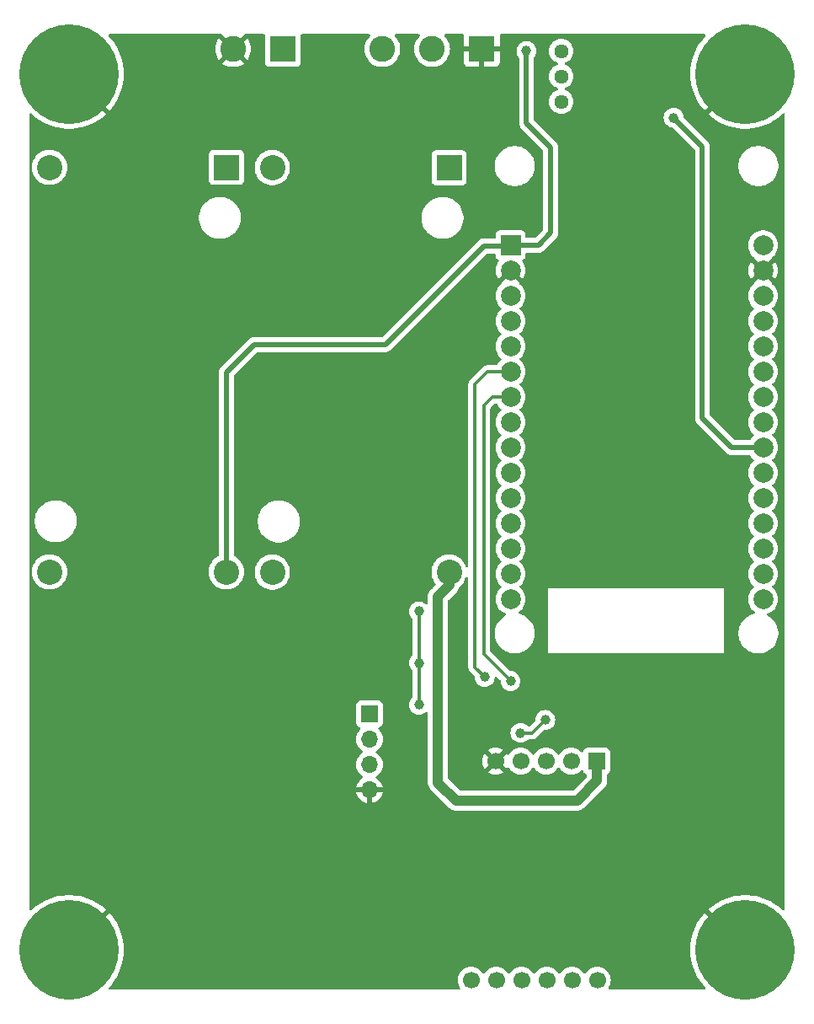
<source format=gbr>
%TF.GenerationSoftware,KiCad,Pcbnew,8.0.7*%
%TF.CreationDate,2025-04-11T13:17:33+07:00*%
%TF.ProjectId,esp32_getstok_testing-2,65737033-325f-4676-9574-73746f6b5f74,rev?*%
%TF.SameCoordinates,Original*%
%TF.FileFunction,Copper,L2,Bot*%
%TF.FilePolarity,Positive*%
%FSLAX46Y46*%
G04 Gerber Fmt 4.6, Leading zero omitted, Abs format (unit mm)*
G04 Created by KiCad (PCBNEW 8.0.7) date 2025-04-11 13:17:33*
%MOMM*%
%LPD*%
G01*
G04 APERTURE LIST*
%TA.AperFunction,ComponentPad*%
%ADD10R,2.540000X2.540000*%
%TD*%
%TA.AperFunction,ComponentPad*%
%ADD11C,2.540000*%
%TD*%
%TA.AperFunction,ComponentPad*%
%ADD12C,1.440000*%
%TD*%
%TA.AperFunction,ComponentPad*%
%ADD13R,2.000000X2.000000*%
%TD*%
%TA.AperFunction,ComponentPad*%
%ADD14C,2.000000*%
%TD*%
%TA.AperFunction,ComponentPad*%
%ADD15R,1.700000X1.700000*%
%TD*%
%TA.AperFunction,ComponentPad*%
%ADD16C,10.000000*%
%TD*%
%TA.AperFunction,ComponentPad*%
%ADD17C,1.700000*%
%TD*%
%TA.AperFunction,ComponentPad*%
%ADD18R,2.600000X2.600000*%
%TD*%
%TA.AperFunction,ComponentPad*%
%ADD19C,2.600000*%
%TD*%
%TA.AperFunction,ComponentPad*%
%ADD20O,1.700000X1.700000*%
%TD*%
%TA.AperFunction,ViaPad*%
%ADD21C,1.000000*%
%TD*%
%TA.AperFunction,Conductor*%
%ADD22C,0.500000*%
%TD*%
%TA.AperFunction,Conductor*%
%ADD23C,0.300000*%
%TD*%
%TA.AperFunction,Conductor*%
%ADD24C,1.000000*%
%TD*%
G04 APERTURE END LIST*
D10*
%TO.P,U3,1,Vin*%
%TO.N,unconnected-(U3-Vin-Pad1)*%
X215880000Y-47960000D03*
D11*
%TO.P,U3,2,GND*%
%TO.N,unconnected-(U3-GND-Pad2)*%
X198100000Y-47960000D03*
%TO.P,U3,3,GND*%
%TO.N,unconnected-(U3-GND-Pad3)*%
X198100000Y-88600000D03*
%TO.P,U3,4,Vout*%
%TO.N,unconnected-(U3-Vout-Pad4)*%
X215880000Y-88600000D03*
%TD*%
D12*
%TO.P,RV1,1,1*%
%TO.N,+3.3V*%
X227160000Y-36250000D03*
%TO.P,RV1,2,2*%
%TO.N,/ADC_IN*%
X227160000Y-38790000D03*
%TO.P,RV1,3,3*%
%TO.N,unconnected-(RV1-Pad3)*%
X227160000Y-41330000D03*
%TD*%
D13*
%TO.P,U1,1,3V3*%
%TO.N,+3.3V*%
X222060000Y-55760000D03*
D14*
%TO.P,U1,2,GND*%
%TO.N,GND*%
X222060000Y-58300000D03*
%TO.P,U1,3,D15*%
%TO.N,unconnected-(U1-D15-Pad3)*%
X222060000Y-60840000D03*
%TO.P,U1,4,D2*%
%TO.N,unconnected-(U1-D2-Pad4)*%
X222060000Y-63380000D03*
%TO.P,U1,5,D4*%
%TO.N,unconnected-(U1-D4-Pad5)*%
X222060000Y-65920000D03*
%TO.P,U1,6,RX2*%
%TO.N,/RX2*%
X222060000Y-68460000D03*
%TO.P,U1,7,TX2*%
%TO.N,/TX2*%
X222060000Y-71000000D03*
%TO.P,U1,8,D5*%
%TO.N,unconnected-(U1-D5-Pad8)*%
X222060000Y-73540000D03*
%TO.P,U1,9,D18*%
%TO.N,unconnected-(U1-D18-Pad9)*%
X222060000Y-76080000D03*
%TO.P,U1,10,D19*%
%TO.N,unconnected-(U1-D19-Pad10)*%
X222060000Y-78620000D03*
%TO.P,U1,11,D21*%
%TO.N,unconnected-(U1-D21-Pad11)*%
X222060000Y-81160000D03*
%TO.P,U1,12,RX0*%
%TO.N,unconnected-(U1-RX0-Pad12)*%
X222060000Y-83700000D03*
%TO.P,U1,13,TX0*%
%TO.N,unconnected-(U1-TX0-Pad13)*%
X222060000Y-86240000D03*
%TO.P,U1,14,D22*%
%TO.N,/GPIO22*%
X222060000Y-88780000D03*
%TO.P,U1,15,D23*%
%TO.N,/GPIO23*%
X222060000Y-91320000D03*
%TO.P,U1,16,EN*%
%TO.N,unconnected-(U1-EN-Pad16)*%
X247460000Y-91320000D03*
%TO.P,U1,17,VP*%
%TO.N,unconnected-(U1-VP-Pad17)*%
X247460000Y-88780000D03*
%TO.P,U1,18,VN*%
%TO.N,unconnected-(U1-VN-Pad18)*%
X247460000Y-86240000D03*
%TO.P,U1,19,D34*%
%TO.N,/RST_SIM*%
X247460000Y-83700000D03*
%TO.P,U1,20,D35*%
%TO.N,unconnected-(U1-D35-Pad20)*%
X247460000Y-81160000D03*
%TO.P,U1,21,D32*%
%TO.N,unconnected-(U1-D32-Pad21)*%
X247460000Y-78620000D03*
%TO.P,U1,22,D33*%
%TO.N,/ADC_IN*%
X247460000Y-76080000D03*
%TO.P,U1,23,D25*%
%TO.N,unconnected-(U1-D25-Pad23)*%
X247460000Y-73540000D03*
%TO.P,U1,24,D26*%
%TO.N,unconnected-(U1-D26-Pad24)*%
X247460000Y-71000000D03*
%TO.P,U1,25,D27*%
%TO.N,unconnected-(U1-D27-Pad25)*%
X247460000Y-68460000D03*
%TO.P,U1,26,D14*%
%TO.N,unconnected-(U1-D14-Pad26)*%
X247460000Y-65920000D03*
%TO.P,U1,27,D12*%
%TO.N,unconnected-(U1-D12-Pad27)*%
X247460000Y-63380000D03*
%TO.P,U1,28,D13*%
%TO.N,unconnected-(U1-D13-Pad28)*%
X247460000Y-60840000D03*
%TO.P,U1,29,GND*%
%TO.N,GND*%
X247460000Y-58300000D03*
%TO.P,U1,30,VIN*%
%TO.N,unconnected-(U1-VIN-Pad30)*%
X247460000Y-55760000D03*
%TD*%
D15*
%TO.P,J3,1,Pin_1*%
%TO.N,/Vin*%
X215895000Y-47965000D03*
%TD*%
%TO.P,J11,1,Pin_1*%
%TO.N,GND*%
X175660000Y-47940000D03*
%TD*%
D16*
%TO.P,H6,1,1*%
%TO.N,GND*%
X245660000Y-38540000D03*
%TD*%
D10*
%TO.P,U2,1,Vin*%
%TO.N,unconnected-(U2-Vin-Pad1)*%
X193470000Y-47930000D03*
D11*
%TO.P,U2,2,GND*%
%TO.N,unconnected-(U2-GND-Pad2)*%
X175690000Y-47930000D03*
%TO.P,U2,3,GND*%
%TO.N,unconnected-(U2-GND-Pad3)*%
X175690000Y-88570000D03*
%TO.P,U2,4,Vout*%
%TO.N,unconnected-(U2-Vout-Pad4)*%
X193470000Y-88570000D03*
%TD*%
D15*
%TO.P,J9,1,Pin_1*%
%TO.N,GND*%
X175660000Y-88540000D03*
%TD*%
%TO.P,U4,1,VCC*%
%TO.N,+4V*%
X230710000Y-107580000D03*
D17*
%TO.P,U4,2,RST*%
%TO.N,/RST_SIM*%
X228170000Y-107580000D03*
%TO.P,U4,3,RXD*%
%TO.N,/RX_SIM*%
X225630000Y-107580000D03*
%TO.P,U4,4,TXD*%
%TO.N,/TX_SIM*%
X223090000Y-107580000D03*
%TO.P,U4,5,GND*%
%TO.N,GND*%
X220550000Y-107580000D03*
%TO.P,U4,6,SPK-*%
%TO.N,unconnected-(U4-SPK--Pad6)*%
X218090000Y-129580000D03*
%TO.P,U4,7,SPK+*%
%TO.N,unconnected-(U4-SPK+-Pad7)*%
X220630000Y-129580000D03*
%TO.P,U4,8,MIC-*%
%TO.N,unconnected-(U4-MIC--Pad8)*%
X223170000Y-129580000D03*
%TO.P,U4,9,MIC+*%
%TO.N,unconnected-(U4-MIC+-Pad9)*%
X225710000Y-129580000D03*
%TO.P,U4,10,DTR*%
%TO.N,unconnected-(U4-DTR-Pad10)*%
X228250000Y-129580000D03*
%TO.P,U4,11,RING*%
%TO.N,unconnected-(U4-RING-Pad11)*%
X230790000Y-129580000D03*
%TD*%
D16*
%TO.P,H7,1,1*%
%TO.N,GND*%
X245660000Y-126540000D03*
%TD*%
D18*
%TO.P,J1,1,Pin_1*%
%TO.N,/Vin*%
X199160000Y-36040000D03*
D19*
%TO.P,J1,2,Pin_2*%
%TO.N,GND*%
X194160000Y-36040000D03*
%TD*%
D16*
%TO.P,H8,1,1*%
%TO.N,GND*%
X177660000Y-126540000D03*
%TD*%
D15*
%TO.P,J4,1,Pin_1*%
%TO.N,GND*%
X198095000Y-47965000D03*
%TD*%
%TO.P,J5,1,Pin_1*%
%TO.N,+4V*%
X215895000Y-88565000D03*
%TD*%
D16*
%TO.P,H5,1,1*%
%TO.N,GND*%
X177660000Y-38540000D03*
%TD*%
D15*
%TO.P,J7,1,Pin_1*%
%TO.N,+3.3V*%
X207860000Y-102840000D03*
D20*
%TO.P,J7,2,Pin_2*%
%TO.N,/RX_GPS*%
X207860000Y-105380000D03*
%TO.P,J7,3,Pin_3*%
%TO.N,/TX_GPS*%
X207860000Y-107920000D03*
%TO.P,J7,4,Pin_4*%
%TO.N,GND*%
X207860000Y-110460000D03*
%TD*%
D15*
%TO.P,J10,1,Pin_1*%
%TO.N,/Vin*%
X193460000Y-47940000D03*
%TD*%
%TO.P,J6,1,Pin_1*%
%TO.N,GND*%
X198095000Y-88565000D03*
%TD*%
%TO.P,J8,1,Pin_1*%
%TO.N,+3.3V*%
X193460000Y-88540000D03*
%TD*%
D18*
%TO.P,J12,1,Pin_1*%
%TO.N,GND*%
X219160000Y-36040000D03*
D19*
%TO.P,J12,2,Pin_2*%
%TO.N,/ADC_IN*%
X214160000Y-36040000D03*
%TO.P,J12,3,Pin_3*%
X209160000Y-36040000D03*
%TD*%
D21*
%TO.N,/ADC_IN*%
X238460000Y-42940000D03*
%TO.N,/TX_GPS*%
X212860000Y-92540000D03*
X212860000Y-97740000D03*
X212860000Y-101940000D03*
%TO.N,+3.3V*%
X223660000Y-36240000D03*
%TO.N,/TX_SIM*%
X223060000Y-104740000D03*
X225560000Y-103440000D03*
%TO.N,/RX2*%
X219460000Y-99140000D03*
%TO.N,/TX2*%
X222060000Y-99540000D03*
%TD*%
D22*
%TO.N,/ADC_IN*%
X244300000Y-76080000D02*
X247460000Y-76080000D01*
X241360000Y-73140000D02*
X244300000Y-76080000D01*
X238460000Y-42940000D02*
X241360000Y-45840000D01*
X241360000Y-45840000D02*
X241360000Y-73140000D01*
D23*
%TO.N,/TX_GPS*%
X212860000Y-101940000D02*
X212860000Y-97740000D01*
X212860000Y-97740000D02*
X212860000Y-92540000D01*
D22*
%TO.N,+3.3V*%
X226110000Y-45920000D02*
X226110000Y-54520000D01*
X196260000Y-65740000D02*
X209460000Y-65740000D01*
X193460000Y-68540000D02*
X196260000Y-65740000D01*
X209460000Y-65740000D02*
X219360000Y-55840000D01*
X193460000Y-88540000D02*
X193460000Y-68540000D01*
X224870000Y-55760000D02*
X222060000Y-55760000D01*
X223660000Y-43470000D02*
X226110000Y-45920000D01*
X221980000Y-55840000D02*
X222060000Y-55760000D01*
X223660000Y-36240000D02*
X223660000Y-43470000D01*
X226110000Y-54520000D02*
X224870000Y-55760000D01*
X219360000Y-55840000D02*
X221980000Y-55840000D01*
D24*
%TO.N,+4V*%
X230760000Y-109540000D02*
X230750000Y-109530000D01*
X214760000Y-109740000D02*
X216560000Y-111540000D01*
X215895000Y-88565000D02*
X215895000Y-89905000D01*
X230750000Y-109530000D02*
X230750000Y-107640000D01*
X216560000Y-111540000D02*
X228760000Y-111540000D01*
X228760000Y-111540000D02*
X230760000Y-109540000D01*
X215895000Y-89905000D02*
X214760000Y-91040000D01*
X214760000Y-91040000D02*
X214760000Y-109740000D01*
D23*
%TO.N,/TX_SIM*%
X224260000Y-104740000D02*
X225560000Y-103440000D01*
X223060000Y-104740000D02*
X224260000Y-104740000D01*
%TO.N,/RX2*%
X219740000Y-68460000D02*
X222060000Y-68460000D01*
X218460000Y-98140000D02*
X218460000Y-69740000D01*
X218460000Y-69740000D02*
X219740000Y-68460000D01*
X219460000Y-99140000D02*
X218460000Y-98140000D01*
%TO.N,/TX2*%
X222060000Y-99540000D02*
X219360000Y-96840000D01*
X219360000Y-96840000D02*
X219360000Y-71840000D01*
X219360000Y-71840000D02*
X220200000Y-71000000D01*
X220200000Y-71000000D02*
X222060000Y-71000000D01*
%TD*%
%TA.AperFunction,Conductor*%
%TO.N,GND*%
G36*
X193029731Y-34560185D02*
G01*
X193050373Y-34576819D01*
X193912512Y-35438958D01*
X193852110Y-35463978D01*
X193745649Y-35535112D01*
X193655112Y-35625649D01*
X193583978Y-35732110D01*
X193558958Y-35792512D01*
X192722294Y-34955848D01*
X192668602Y-35023177D01*
X192533709Y-35256818D01*
X192435148Y-35507947D01*
X192435142Y-35507966D01*
X192375113Y-35770971D01*
X192375113Y-35770973D01*
X192354953Y-36039995D01*
X192354953Y-36040004D01*
X192375113Y-36309026D01*
X192375113Y-36309028D01*
X192435142Y-36572033D01*
X192435148Y-36572052D01*
X192533709Y-36823181D01*
X192533708Y-36823181D01*
X192668600Y-37056818D01*
X192722294Y-37124150D01*
X193558957Y-36287486D01*
X193583978Y-36347890D01*
X193655112Y-36454351D01*
X193745649Y-36544888D01*
X193852110Y-36616022D01*
X193912511Y-36641041D01*
X193074848Y-37478703D01*
X193257476Y-37603216D01*
X193257485Y-37603221D01*
X193500539Y-37720269D01*
X193500537Y-37720269D01*
X193758337Y-37799790D01*
X193758343Y-37799792D01*
X194025101Y-37839999D01*
X194025110Y-37840000D01*
X194294890Y-37840000D01*
X194294898Y-37839999D01*
X194561656Y-37799792D01*
X194561662Y-37799790D01*
X194819461Y-37720269D01*
X195062516Y-37603221D01*
X195062517Y-37603220D01*
X195245150Y-37478703D01*
X194407487Y-36641041D01*
X194467890Y-36616022D01*
X194574351Y-36544888D01*
X194664888Y-36454351D01*
X194736022Y-36347890D01*
X194761041Y-36287487D01*
X195597703Y-37124150D01*
X195597704Y-37124149D01*
X195651400Y-37056818D01*
X195786290Y-36823181D01*
X195884851Y-36572052D01*
X195884857Y-36572033D01*
X195944886Y-36309028D01*
X195944886Y-36309026D01*
X195965047Y-36040004D01*
X195965047Y-36039995D01*
X195944886Y-35770973D01*
X195944886Y-35770971D01*
X195884857Y-35507966D01*
X195884851Y-35507947D01*
X195786290Y-35256818D01*
X195786291Y-35256818D01*
X195651400Y-35023182D01*
X195651393Y-35023171D01*
X195597704Y-34955849D01*
X195597703Y-34955848D01*
X194761041Y-35792511D01*
X194736022Y-35732110D01*
X194664888Y-35625649D01*
X194574351Y-35535112D01*
X194467890Y-35463978D01*
X194407488Y-35438958D01*
X195269626Y-34576819D01*
X195330949Y-34543334D01*
X195357307Y-34540500D01*
X197237756Y-34540500D01*
X197304795Y-34560185D01*
X197350550Y-34612989D01*
X197361045Y-34677752D01*
X197359500Y-34692127D01*
X197359500Y-34692133D01*
X197359500Y-34692134D01*
X197359500Y-37387870D01*
X197359501Y-37387876D01*
X197365908Y-37447483D01*
X197416202Y-37582328D01*
X197416206Y-37582335D01*
X197502452Y-37697544D01*
X197502455Y-37697547D01*
X197617664Y-37783793D01*
X197617671Y-37783797D01*
X197752517Y-37834091D01*
X197752516Y-37834091D01*
X197759444Y-37834835D01*
X197812127Y-37840500D01*
X200507872Y-37840499D01*
X200567483Y-37834091D01*
X200702331Y-37783796D01*
X200817546Y-37697546D01*
X200903796Y-37582331D01*
X200954091Y-37447483D01*
X200960500Y-37387873D01*
X200960499Y-34692128D01*
X200958954Y-34677752D01*
X200971361Y-34608993D01*
X201018973Y-34557857D01*
X201082244Y-34540500D01*
X207813008Y-34540500D01*
X207880047Y-34560185D01*
X207925802Y-34612989D01*
X207935746Y-34682147D01*
X207906721Y-34745703D01*
X207897349Y-34755399D01*
X207836442Y-34811910D01*
X207668185Y-35022898D01*
X207533258Y-35256599D01*
X207533256Y-35256603D01*
X207434666Y-35507804D01*
X207434664Y-35507811D01*
X207374616Y-35770898D01*
X207354451Y-36039995D01*
X207354451Y-36040004D01*
X207374616Y-36309101D01*
X207434664Y-36572188D01*
X207434666Y-36572195D01*
X207523496Y-36798529D01*
X207533257Y-36823398D01*
X207668185Y-37057102D01*
X207772995Y-37188529D01*
X207836442Y-37268089D01*
X207979985Y-37401276D01*
X208034259Y-37451635D01*
X208257226Y-37603651D01*
X208500359Y-37720738D01*
X208758228Y-37800280D01*
X208758229Y-37800280D01*
X208758232Y-37800281D01*
X209025063Y-37840499D01*
X209025068Y-37840499D01*
X209025071Y-37840500D01*
X209025072Y-37840500D01*
X209294928Y-37840500D01*
X209294929Y-37840500D01*
X209294936Y-37840499D01*
X209561767Y-37800281D01*
X209561768Y-37800280D01*
X209561772Y-37800280D01*
X209819641Y-37720738D01*
X210062775Y-37603651D01*
X210285741Y-37451635D01*
X210483561Y-37268085D01*
X210651815Y-37057102D01*
X210786743Y-36823398D01*
X210885334Y-36572195D01*
X210945383Y-36309103D01*
X210958511Y-36133922D01*
X210965549Y-36040004D01*
X210965549Y-36039995D01*
X210948744Y-35815747D01*
X210945383Y-35770897D01*
X210885334Y-35507805D01*
X210786743Y-35256602D01*
X210651815Y-35022898D01*
X210483561Y-34811915D01*
X210483560Y-34811914D01*
X210483557Y-34811910D01*
X210422651Y-34755399D01*
X210386896Y-34695371D01*
X210389271Y-34625542D01*
X210429021Y-34568081D01*
X210493527Y-34541233D01*
X210506992Y-34540500D01*
X212813008Y-34540500D01*
X212880047Y-34560185D01*
X212925802Y-34612989D01*
X212935746Y-34682147D01*
X212906721Y-34745703D01*
X212897349Y-34755399D01*
X212836442Y-34811910D01*
X212668185Y-35022898D01*
X212533258Y-35256599D01*
X212533256Y-35256603D01*
X212434666Y-35507804D01*
X212434664Y-35507811D01*
X212374616Y-35770898D01*
X212354451Y-36039995D01*
X212354451Y-36040004D01*
X212374616Y-36309101D01*
X212434664Y-36572188D01*
X212434666Y-36572195D01*
X212523496Y-36798529D01*
X212533257Y-36823398D01*
X212668185Y-37057102D01*
X212772995Y-37188529D01*
X212836442Y-37268089D01*
X212979985Y-37401276D01*
X213034259Y-37451635D01*
X213257226Y-37603651D01*
X213500359Y-37720738D01*
X213758228Y-37800280D01*
X213758229Y-37800280D01*
X213758232Y-37800281D01*
X214025063Y-37840499D01*
X214025068Y-37840499D01*
X214025071Y-37840500D01*
X214025072Y-37840500D01*
X214294928Y-37840500D01*
X214294929Y-37840500D01*
X214294936Y-37840499D01*
X214561767Y-37800281D01*
X214561768Y-37800280D01*
X214561772Y-37800280D01*
X214819641Y-37720738D01*
X215062775Y-37603651D01*
X215285741Y-37451635D01*
X215483561Y-37268085D01*
X215651815Y-37057102D01*
X215786743Y-36823398D01*
X215885334Y-36572195D01*
X215945383Y-36309103D01*
X215958511Y-36133922D01*
X215965549Y-36040004D01*
X215965549Y-36039995D01*
X215948744Y-35815747D01*
X215945383Y-35770897D01*
X215885334Y-35507805D01*
X215786743Y-35256602D01*
X215651815Y-35022898D01*
X215483561Y-34811915D01*
X215483560Y-34811914D01*
X215483557Y-34811910D01*
X215422651Y-34755399D01*
X215386896Y-34695371D01*
X215389271Y-34625542D01*
X215429021Y-34568081D01*
X215493527Y-34541233D01*
X215506992Y-34540500D01*
X217238260Y-34540500D01*
X217305299Y-34560185D01*
X217351054Y-34612989D01*
X217361550Y-34677755D01*
X217360000Y-34692171D01*
X217360000Y-35790000D01*
X218559999Y-35790000D01*
X218534979Y-35850402D01*
X218510000Y-35975981D01*
X218510000Y-36104019D01*
X218534979Y-36229598D01*
X218559999Y-36290000D01*
X217360000Y-36290000D01*
X217360000Y-37387844D01*
X217366401Y-37447372D01*
X217366403Y-37447379D01*
X217416645Y-37582086D01*
X217416649Y-37582093D01*
X217502809Y-37697187D01*
X217502812Y-37697190D01*
X217617906Y-37783350D01*
X217617913Y-37783354D01*
X217752620Y-37833596D01*
X217752627Y-37833598D01*
X217812155Y-37839999D01*
X217812172Y-37840000D01*
X218910000Y-37840000D01*
X218910000Y-36640001D01*
X218970402Y-36665021D01*
X219095981Y-36690000D01*
X219224019Y-36690000D01*
X219349598Y-36665021D01*
X219410000Y-36640001D01*
X219410000Y-37840000D01*
X220507828Y-37840000D01*
X220507844Y-37839999D01*
X220567372Y-37833598D01*
X220567379Y-37833596D01*
X220702086Y-37783354D01*
X220702093Y-37783350D01*
X220817187Y-37697190D01*
X220817190Y-37697187D01*
X220903350Y-37582093D01*
X220903354Y-37582086D01*
X220953596Y-37447379D01*
X220953598Y-37447372D01*
X220959999Y-37387844D01*
X220960000Y-37387827D01*
X220960000Y-36290000D01*
X219760001Y-36290000D01*
X219785021Y-36229598D01*
X219810000Y-36104019D01*
X219810000Y-35975981D01*
X219785021Y-35850402D01*
X219760001Y-35790000D01*
X220960000Y-35790000D01*
X220960000Y-34692172D01*
X220959999Y-34692171D01*
X220958450Y-34677755D01*
X220970856Y-34608996D01*
X221018466Y-34557858D01*
X221081740Y-34540500D01*
X241578919Y-34540500D01*
X241645958Y-34560185D01*
X241691713Y-34612989D01*
X241701657Y-34682147D01*
X241672632Y-34745703D01*
X241672002Y-34746424D01*
X241376953Y-35081661D01*
X241376947Y-35081669D01*
X241099091Y-35457356D01*
X240854093Y-35855256D01*
X240854083Y-35855276D01*
X240643723Y-36272499D01*
X240643719Y-36272510D01*
X240469502Y-36706063D01*
X240469497Y-36706076D01*
X240332671Y-37152862D01*
X240332669Y-37152870D01*
X240234224Y-37609655D01*
X240174870Y-38073159D01*
X240155040Y-38539993D01*
X240155040Y-38540006D01*
X240174870Y-39006840D01*
X240234224Y-39470344D01*
X240332669Y-39927129D01*
X240332671Y-39927137D01*
X240469497Y-40373923D01*
X240469502Y-40373936D01*
X240643719Y-40807489D01*
X240643723Y-40807500D01*
X240854083Y-41224723D01*
X240854093Y-41224743D01*
X241099091Y-41622643D01*
X241376947Y-41998330D01*
X241376953Y-41998338D01*
X241597508Y-42248936D01*
X243724187Y-40122256D01*
X243792958Y-40208491D01*
X243991509Y-40407042D01*
X244077741Y-40475810D01*
X241950565Y-42602987D01*
X242023014Y-42672423D01*
X242386573Y-42965975D01*
X242773698Y-43227626D01*
X242773717Y-43227638D01*
X243181636Y-43455516D01*
X243181658Y-43455527D01*
X243607434Y-43647990D01*
X243607440Y-43647992D01*
X244048026Y-43803661D01*
X244500220Y-43921402D01*
X244960768Y-44000371D01*
X244960776Y-44000372D01*
X245426344Y-44039999D01*
X245426364Y-44040000D01*
X245893636Y-44040000D01*
X245893655Y-44039999D01*
X246359223Y-44000372D01*
X246359231Y-44000371D01*
X246819779Y-43921402D01*
X247271973Y-43803661D01*
X247712559Y-43647992D01*
X247712565Y-43647990D01*
X248138341Y-43455527D01*
X248138363Y-43455516D01*
X248546282Y-43227638D01*
X248546301Y-43227626D01*
X248933426Y-42965975D01*
X249296985Y-42672423D01*
X249449699Y-42526059D01*
X249511719Y-42493883D01*
X249581290Y-42500345D01*
X249636322Y-42543394D01*
X249659344Y-42609362D01*
X249659500Y-42615581D01*
X249659500Y-122464418D01*
X249639815Y-122531457D01*
X249587011Y-122577212D01*
X249517853Y-122587156D01*
X249454297Y-122558131D01*
X249449700Y-122553941D01*
X249296985Y-122407576D01*
X248933426Y-122114024D01*
X248546301Y-121852373D01*
X248546282Y-121852361D01*
X248138363Y-121624483D01*
X248138341Y-121624472D01*
X247712565Y-121432009D01*
X247712559Y-121432007D01*
X247271973Y-121276338D01*
X246819779Y-121158597D01*
X246359231Y-121079628D01*
X246359223Y-121079627D01*
X245893655Y-121040000D01*
X245426344Y-121040000D01*
X244960776Y-121079627D01*
X244960768Y-121079628D01*
X244500220Y-121158597D01*
X244048026Y-121276338D01*
X243607440Y-121432007D01*
X243607434Y-121432009D01*
X243181658Y-121624472D01*
X243181636Y-121624483D01*
X242773717Y-121852361D01*
X242773698Y-121852373D01*
X242386566Y-122114028D01*
X242386565Y-122114029D01*
X242023024Y-122407568D01*
X242023008Y-122407582D01*
X241950565Y-122477012D01*
X244077741Y-124604188D01*
X243991509Y-124672958D01*
X243792958Y-124871509D01*
X243724188Y-124957742D01*
X241597509Y-122831063D01*
X241376947Y-123081669D01*
X241376944Y-123081673D01*
X241099091Y-123457356D01*
X240854093Y-123855256D01*
X240854083Y-123855276D01*
X240643723Y-124272499D01*
X240643719Y-124272510D01*
X240469502Y-124706063D01*
X240469497Y-124706076D01*
X240332671Y-125152862D01*
X240332669Y-125152870D01*
X240234224Y-125609655D01*
X240174870Y-126073159D01*
X240155040Y-126539993D01*
X240155040Y-126540006D01*
X240174870Y-127006840D01*
X240234224Y-127470344D01*
X240332669Y-127927129D01*
X240332671Y-127927137D01*
X240469497Y-128373923D01*
X240469502Y-128373936D01*
X240643719Y-128807489D01*
X240643723Y-128807500D01*
X240854083Y-129224723D01*
X240854093Y-129224743D01*
X241099091Y-129622643D01*
X241376947Y-129998330D01*
X241376953Y-129998338D01*
X241672002Y-130333576D01*
X241701517Y-130396906D01*
X241692108Y-130466139D01*
X241646762Y-130519295D01*
X241579877Y-130539496D01*
X241578919Y-130539500D01*
X232005009Y-130539500D01*
X231937970Y-130519815D01*
X231892215Y-130467011D01*
X231882271Y-130397853D01*
X231903432Y-130344378D01*
X231964035Y-130257830D01*
X232063903Y-130043663D01*
X232125063Y-129815408D01*
X232145659Y-129580000D01*
X232125063Y-129344592D01*
X232063903Y-129116337D01*
X231964035Y-128902171D01*
X231958425Y-128894158D01*
X231828494Y-128708597D01*
X231661402Y-128541506D01*
X231661395Y-128541501D01*
X231467834Y-128405967D01*
X231467830Y-128405965D01*
X231467828Y-128405964D01*
X231253663Y-128306097D01*
X231253659Y-128306096D01*
X231253655Y-128306094D01*
X231025413Y-128244938D01*
X231025403Y-128244936D01*
X230790001Y-128224341D01*
X230789999Y-128224341D01*
X230554596Y-128244936D01*
X230554586Y-128244938D01*
X230326344Y-128306094D01*
X230326335Y-128306098D01*
X230112171Y-128405964D01*
X230112169Y-128405965D01*
X229918597Y-128541505D01*
X229751505Y-128708597D01*
X229621575Y-128894158D01*
X229566998Y-128937783D01*
X229497500Y-128944977D01*
X229435145Y-128913454D01*
X229418425Y-128894158D01*
X229288494Y-128708597D01*
X229121402Y-128541506D01*
X229121395Y-128541501D01*
X228927834Y-128405967D01*
X228927830Y-128405965D01*
X228927828Y-128405964D01*
X228713663Y-128306097D01*
X228713659Y-128306096D01*
X228713655Y-128306094D01*
X228485413Y-128244938D01*
X228485403Y-128244936D01*
X228250001Y-128224341D01*
X228249999Y-128224341D01*
X228014596Y-128244936D01*
X228014586Y-128244938D01*
X227786344Y-128306094D01*
X227786335Y-128306098D01*
X227572171Y-128405964D01*
X227572169Y-128405965D01*
X227378597Y-128541505D01*
X227211505Y-128708597D01*
X227081575Y-128894158D01*
X227026998Y-128937783D01*
X226957500Y-128944977D01*
X226895145Y-128913454D01*
X226878425Y-128894158D01*
X226748494Y-128708597D01*
X226581402Y-128541506D01*
X226581395Y-128541501D01*
X226387834Y-128405967D01*
X226387830Y-128405965D01*
X226387828Y-128405964D01*
X226173663Y-128306097D01*
X226173659Y-128306096D01*
X226173655Y-128306094D01*
X225945413Y-128244938D01*
X225945403Y-128244936D01*
X225710001Y-128224341D01*
X225709999Y-128224341D01*
X225474596Y-128244936D01*
X225474586Y-128244938D01*
X225246344Y-128306094D01*
X225246335Y-128306098D01*
X225032171Y-128405964D01*
X225032169Y-128405965D01*
X224838597Y-128541505D01*
X224671505Y-128708597D01*
X224541575Y-128894158D01*
X224486998Y-128937783D01*
X224417500Y-128944977D01*
X224355145Y-128913454D01*
X224338425Y-128894158D01*
X224208494Y-128708597D01*
X224041402Y-128541506D01*
X224041395Y-128541501D01*
X223847834Y-128405967D01*
X223847830Y-128405965D01*
X223847828Y-128405964D01*
X223633663Y-128306097D01*
X223633659Y-128306096D01*
X223633655Y-128306094D01*
X223405413Y-128244938D01*
X223405403Y-128244936D01*
X223170001Y-128224341D01*
X223169999Y-128224341D01*
X222934596Y-128244936D01*
X222934586Y-128244938D01*
X222706344Y-128306094D01*
X222706335Y-128306098D01*
X222492171Y-128405964D01*
X222492169Y-128405965D01*
X222298597Y-128541505D01*
X222131505Y-128708597D01*
X222001575Y-128894158D01*
X221946998Y-128937783D01*
X221877500Y-128944977D01*
X221815145Y-128913454D01*
X221798425Y-128894158D01*
X221668494Y-128708597D01*
X221501402Y-128541506D01*
X221501395Y-128541501D01*
X221307834Y-128405967D01*
X221307830Y-128405965D01*
X221307828Y-128405964D01*
X221093663Y-128306097D01*
X221093659Y-128306096D01*
X221093655Y-128306094D01*
X220865413Y-128244938D01*
X220865403Y-128244936D01*
X220630001Y-128224341D01*
X220629999Y-128224341D01*
X220394596Y-128244936D01*
X220394586Y-128244938D01*
X220166344Y-128306094D01*
X220166335Y-128306098D01*
X219952171Y-128405964D01*
X219952169Y-128405965D01*
X219758597Y-128541505D01*
X219591505Y-128708597D01*
X219461575Y-128894158D01*
X219406998Y-128937783D01*
X219337500Y-128944977D01*
X219275145Y-128913454D01*
X219258425Y-128894158D01*
X219128494Y-128708597D01*
X218961402Y-128541506D01*
X218961395Y-128541501D01*
X218767834Y-128405967D01*
X218767830Y-128405965D01*
X218767828Y-128405964D01*
X218553663Y-128306097D01*
X218553659Y-128306096D01*
X218553655Y-128306094D01*
X218325413Y-128244938D01*
X218325403Y-128244936D01*
X218090001Y-128224341D01*
X218089999Y-128224341D01*
X217854596Y-128244936D01*
X217854586Y-128244938D01*
X217626344Y-128306094D01*
X217626335Y-128306098D01*
X217412171Y-128405964D01*
X217412169Y-128405965D01*
X217218597Y-128541505D01*
X217051505Y-128708597D01*
X216915965Y-128902169D01*
X216915964Y-128902171D01*
X216816098Y-129116335D01*
X216816094Y-129116344D01*
X216754938Y-129344586D01*
X216754936Y-129344596D01*
X216734341Y-129579999D01*
X216734341Y-129580000D01*
X216754936Y-129815403D01*
X216754938Y-129815413D01*
X216816094Y-130043655D01*
X216816096Y-130043659D01*
X216816097Y-130043663D01*
X216820000Y-130052032D01*
X216915964Y-130257829D01*
X216932761Y-130281818D01*
X216976566Y-130344378D01*
X216998893Y-130410582D01*
X216981883Y-130478350D01*
X216930935Y-130526163D01*
X216874991Y-130539500D01*
X181741081Y-130539500D01*
X181674042Y-130519815D01*
X181628287Y-130467011D01*
X181618343Y-130397853D01*
X181647368Y-130334297D01*
X181647998Y-130333576D01*
X181943046Y-129998338D01*
X181943052Y-129998330D01*
X182220908Y-129622643D01*
X182465906Y-129224743D01*
X182465916Y-129224723D01*
X182676276Y-128807500D01*
X182676280Y-128807489D01*
X182850497Y-128373936D01*
X182850502Y-128373923D01*
X182987328Y-127927137D01*
X182987330Y-127927129D01*
X183085775Y-127470344D01*
X183145129Y-127006840D01*
X183164960Y-126540006D01*
X183164960Y-126539993D01*
X183145129Y-126073159D01*
X183085775Y-125609655D01*
X182987330Y-125152870D01*
X182987328Y-125152862D01*
X182850502Y-124706076D01*
X182850497Y-124706063D01*
X182676280Y-124272510D01*
X182676276Y-124272499D01*
X182465916Y-123855276D01*
X182465906Y-123855256D01*
X182220908Y-123457356D01*
X181943052Y-123081669D01*
X181943046Y-123081661D01*
X181722490Y-122831062D01*
X179595810Y-124957741D01*
X179527042Y-124871509D01*
X179328491Y-124672958D01*
X179242256Y-124604187D01*
X181369433Y-122477011D01*
X181296985Y-122407576D01*
X180933426Y-122114024D01*
X180546301Y-121852373D01*
X180546282Y-121852361D01*
X180138363Y-121624483D01*
X180138341Y-121624472D01*
X179712565Y-121432009D01*
X179712559Y-121432007D01*
X179271973Y-121276338D01*
X178819779Y-121158597D01*
X178359231Y-121079628D01*
X178359223Y-121079627D01*
X177893655Y-121040000D01*
X177426344Y-121040000D01*
X176960776Y-121079627D01*
X176960768Y-121079628D01*
X176500220Y-121158597D01*
X176048026Y-121276338D01*
X175607440Y-121432007D01*
X175607434Y-121432009D01*
X175181658Y-121624472D01*
X175181636Y-121624483D01*
X174773717Y-121852361D01*
X174773698Y-121852373D01*
X174386573Y-122114024D01*
X174023014Y-122407576D01*
X173870300Y-122553941D01*
X173808280Y-122586116D01*
X173738710Y-122579654D01*
X173683678Y-122536605D01*
X173660656Y-122470637D01*
X173660500Y-122464418D01*
X173660500Y-105379999D01*
X206504341Y-105379999D01*
X206504341Y-105380000D01*
X206524936Y-105615403D01*
X206524938Y-105615413D01*
X206586094Y-105843655D01*
X206586096Y-105843659D01*
X206586097Y-105843663D01*
X206685965Y-106057830D01*
X206685967Y-106057834D01*
X206794281Y-106212521D01*
X206817325Y-106245432D01*
X206821501Y-106251395D01*
X206821506Y-106251402D01*
X206988597Y-106418493D01*
X206988603Y-106418498D01*
X207174158Y-106548425D01*
X207217783Y-106603002D01*
X207224977Y-106672500D01*
X207193454Y-106734855D01*
X207174158Y-106751575D01*
X206988597Y-106881505D01*
X206821505Y-107048597D01*
X206685965Y-107242169D01*
X206685964Y-107242171D01*
X206586098Y-107456335D01*
X206586094Y-107456344D01*
X206524938Y-107684586D01*
X206524936Y-107684596D01*
X206504341Y-107919999D01*
X206504341Y-107920000D01*
X206524936Y-108155403D01*
X206524938Y-108155413D01*
X206586094Y-108383655D01*
X206586096Y-108383659D01*
X206586097Y-108383663D01*
X206623132Y-108463084D01*
X206685965Y-108597830D01*
X206685967Y-108597834D01*
X206753952Y-108694926D01*
X206818806Y-108787547D01*
X206821501Y-108791395D01*
X206821506Y-108791402D01*
X206988597Y-108958493D01*
X206988603Y-108958498D01*
X207174594Y-109088730D01*
X207218219Y-109143307D01*
X207225413Y-109212805D01*
X207193890Y-109275160D01*
X207174595Y-109291880D01*
X206988922Y-109421890D01*
X206988920Y-109421891D01*
X206821891Y-109588920D01*
X206821886Y-109588926D01*
X206686400Y-109782420D01*
X206686399Y-109782422D01*
X206586570Y-109996507D01*
X206586567Y-109996513D01*
X206529364Y-110209999D01*
X206529364Y-110210000D01*
X207426988Y-110210000D01*
X207394075Y-110267007D01*
X207360000Y-110394174D01*
X207360000Y-110525826D01*
X207394075Y-110652993D01*
X207426988Y-110710000D01*
X206529364Y-110710000D01*
X206586567Y-110923486D01*
X206586570Y-110923492D01*
X206686399Y-111137578D01*
X206821894Y-111331082D01*
X206988917Y-111498105D01*
X207182421Y-111633600D01*
X207396507Y-111733429D01*
X207396516Y-111733433D01*
X207610000Y-111790634D01*
X207610000Y-110893012D01*
X207667007Y-110925925D01*
X207794174Y-110960000D01*
X207925826Y-110960000D01*
X208052993Y-110925925D01*
X208110000Y-110893012D01*
X208110000Y-111790633D01*
X208323483Y-111733433D01*
X208323492Y-111733429D01*
X208537578Y-111633600D01*
X208731082Y-111498105D01*
X208898105Y-111331082D01*
X209033600Y-111137578D01*
X209133429Y-110923492D01*
X209133432Y-110923486D01*
X209190636Y-110710000D01*
X208293012Y-110710000D01*
X208325925Y-110652993D01*
X208360000Y-110525826D01*
X208360000Y-110394174D01*
X208325925Y-110267007D01*
X208293012Y-110210000D01*
X209190636Y-110210000D01*
X209190635Y-110209999D01*
X209133432Y-109996513D01*
X209133429Y-109996507D01*
X209033600Y-109782422D01*
X209033599Y-109782420D01*
X208898113Y-109588926D01*
X208898108Y-109588920D01*
X208731078Y-109421890D01*
X208545405Y-109291879D01*
X208501780Y-109237302D01*
X208494588Y-109167804D01*
X208526110Y-109105449D01*
X208545406Y-109088730D01*
X208551850Y-109084218D01*
X208731401Y-108958495D01*
X208898495Y-108791401D01*
X209034035Y-108597830D01*
X209133903Y-108383663D01*
X209195063Y-108155408D01*
X209215659Y-107920000D01*
X209195063Y-107684592D01*
X209133903Y-107456337D01*
X209034035Y-107242171D01*
X209023025Y-107226446D01*
X208898494Y-107048597D01*
X208731402Y-106881506D01*
X208731396Y-106881501D01*
X208545842Y-106751575D01*
X208502217Y-106696998D01*
X208495023Y-106627500D01*
X208526546Y-106565145D01*
X208545842Y-106548425D01*
X208568026Y-106532891D01*
X208731401Y-106418495D01*
X208898495Y-106251401D01*
X209034035Y-106057830D01*
X209133903Y-105843663D01*
X209195063Y-105615408D01*
X209215659Y-105380000D01*
X209214390Y-105365501D01*
X209203872Y-105245275D01*
X209195063Y-105144592D01*
X209133903Y-104916337D01*
X209034035Y-104702171D01*
X208898495Y-104508599D01*
X208776567Y-104386671D01*
X208743084Y-104325351D01*
X208748068Y-104255659D01*
X208789939Y-104199725D01*
X208820915Y-104182810D01*
X208952331Y-104133796D01*
X209067546Y-104047546D01*
X209153796Y-103932331D01*
X209204091Y-103797483D01*
X209210500Y-103737873D01*
X209210499Y-101942128D01*
X209204091Y-101882517D01*
X209153796Y-101747669D01*
X209153795Y-101747668D01*
X209153793Y-101747664D01*
X209067547Y-101632455D01*
X209067544Y-101632452D01*
X208952335Y-101546206D01*
X208952328Y-101546202D01*
X208817482Y-101495908D01*
X208817483Y-101495908D01*
X208757883Y-101489501D01*
X208757881Y-101489500D01*
X208757873Y-101489500D01*
X208757864Y-101489500D01*
X206962129Y-101489500D01*
X206962123Y-101489501D01*
X206902516Y-101495908D01*
X206767671Y-101546202D01*
X206767664Y-101546206D01*
X206652455Y-101632452D01*
X206652452Y-101632455D01*
X206566206Y-101747664D01*
X206566202Y-101747671D01*
X206515908Y-101882517D01*
X206509501Y-101942116D01*
X206509501Y-101942123D01*
X206509500Y-101942135D01*
X206509500Y-103737870D01*
X206509501Y-103737876D01*
X206515908Y-103797483D01*
X206566202Y-103932328D01*
X206566206Y-103932335D01*
X206652452Y-104047544D01*
X206652455Y-104047547D01*
X206767664Y-104133793D01*
X206767671Y-104133797D01*
X206899081Y-104182810D01*
X206955015Y-104224681D01*
X206979432Y-104290145D01*
X206964580Y-104358418D01*
X206943430Y-104386673D01*
X206821503Y-104508600D01*
X206685965Y-104702169D01*
X206685964Y-104702171D01*
X206586098Y-104916335D01*
X206586094Y-104916344D01*
X206524938Y-105144586D01*
X206524936Y-105144596D01*
X206504341Y-105379999D01*
X173660500Y-105379999D01*
X173660500Y-88569995D01*
X173914535Y-88569995D01*
X173914535Y-88570004D01*
X173934363Y-88834609D01*
X173934364Y-88834614D01*
X173993410Y-89093313D01*
X173993412Y-89093322D01*
X173993414Y-89093327D01*
X174090361Y-89340345D01*
X174223042Y-89570155D01*
X174388492Y-89777623D01*
X174583016Y-89958114D01*
X174802268Y-90107598D01*
X174802273Y-90107600D01*
X174802274Y-90107601D01*
X174802276Y-90107602D01*
X174864570Y-90137601D01*
X175041350Y-90222734D01*
X175294922Y-90300950D01*
X175294923Y-90300950D01*
X175294926Y-90300951D01*
X175557311Y-90340499D01*
X175557316Y-90340499D01*
X175557319Y-90340500D01*
X175557320Y-90340500D01*
X175822680Y-90340500D01*
X175822681Y-90340500D01*
X175822688Y-90340499D01*
X176085073Y-90300951D01*
X176085074Y-90300950D01*
X176085078Y-90300950D01*
X176338650Y-90222734D01*
X176577733Y-90107598D01*
X176796984Y-89958114D01*
X176991508Y-89777623D01*
X177156958Y-89570155D01*
X177289639Y-89340345D01*
X177386586Y-89093327D01*
X177445635Y-88834619D01*
X177449728Y-88780000D01*
X177465465Y-88570004D01*
X177465465Y-88569995D01*
X191694535Y-88569995D01*
X191694535Y-88570004D01*
X191714363Y-88834609D01*
X191714364Y-88834614D01*
X191773410Y-89093313D01*
X191773412Y-89093322D01*
X191773414Y-89093327D01*
X191870361Y-89340345D01*
X192003042Y-89570155D01*
X192168492Y-89777623D01*
X192363016Y-89958114D01*
X192582268Y-90107598D01*
X192582273Y-90107600D01*
X192582274Y-90107601D01*
X192582276Y-90107602D01*
X192644570Y-90137601D01*
X192821350Y-90222734D01*
X193074922Y-90300950D01*
X193074923Y-90300950D01*
X193074926Y-90300951D01*
X193337311Y-90340499D01*
X193337316Y-90340499D01*
X193337319Y-90340500D01*
X193337320Y-90340500D01*
X193602680Y-90340500D01*
X193602681Y-90340500D01*
X193602688Y-90340499D01*
X193865073Y-90300951D01*
X193865074Y-90300950D01*
X193865078Y-90300950D01*
X194118650Y-90222734D01*
X194357733Y-90107598D01*
X194576984Y-89958114D01*
X194771508Y-89777623D01*
X194936958Y-89570155D01*
X195069639Y-89340345D01*
X195166586Y-89093327D01*
X195225635Y-88834619D01*
X195229728Y-88780000D01*
X195243217Y-88599995D01*
X196324535Y-88599995D01*
X196324535Y-88600004D01*
X196344363Y-88864609D01*
X196344364Y-88864614D01*
X196403410Y-89123313D01*
X196403412Y-89123322D01*
X196403414Y-89123327D01*
X196500361Y-89370345D01*
X196633042Y-89600155D01*
X196798492Y-89807623D01*
X196993016Y-89988114D01*
X197212268Y-90137598D01*
X197451350Y-90252734D01*
X197704922Y-90330950D01*
X197704923Y-90330950D01*
X197704926Y-90330951D01*
X197967311Y-90370499D01*
X197967316Y-90370499D01*
X197967319Y-90370500D01*
X197967320Y-90370500D01*
X198232680Y-90370500D01*
X198232681Y-90370500D01*
X198232688Y-90370499D01*
X198495073Y-90330951D01*
X198495074Y-90330950D01*
X198495078Y-90330950D01*
X198748650Y-90252734D01*
X198987733Y-90137598D01*
X199206984Y-89988114D01*
X199401508Y-89807623D01*
X199566958Y-89600155D01*
X199699639Y-89370345D01*
X199796586Y-89123327D01*
X199855635Y-88864619D01*
X199861977Y-88779994D01*
X199875465Y-88600004D01*
X199875465Y-88599995D01*
X199855636Y-88335390D01*
X199855635Y-88335385D01*
X199855635Y-88335381D01*
X199796586Y-88076673D01*
X199699639Y-87829655D01*
X199566958Y-87599845D01*
X199401508Y-87392377D01*
X199206984Y-87211886D01*
X199162982Y-87181886D01*
X198987736Y-87062404D01*
X198987725Y-87062397D01*
X198748655Y-86947268D01*
X198748636Y-86947261D01*
X198495083Y-86869051D01*
X198495073Y-86869048D01*
X198232688Y-86829500D01*
X198232681Y-86829500D01*
X197967319Y-86829500D01*
X197967311Y-86829500D01*
X197704926Y-86869048D01*
X197704916Y-86869051D01*
X197451363Y-86947261D01*
X197451344Y-86947268D01*
X197212276Y-87062397D01*
X197212274Y-87062398D01*
X196993015Y-87211886D01*
X196798494Y-87392375D01*
X196798492Y-87392377D01*
X196633042Y-87599845D01*
X196500361Y-87829654D01*
X196403416Y-88076667D01*
X196403410Y-88076686D01*
X196344364Y-88335385D01*
X196344363Y-88335390D01*
X196324535Y-88599995D01*
X195243217Y-88599995D01*
X195245465Y-88570004D01*
X195245465Y-88569995D01*
X195225636Y-88305390D01*
X195225635Y-88305385D01*
X195225635Y-88305381D01*
X195166586Y-88046673D01*
X195069639Y-87799655D01*
X194936958Y-87569845D01*
X194771508Y-87362377D01*
X194576984Y-87181886D01*
X194551897Y-87164782D01*
X194357736Y-87032404D01*
X194357734Y-87032403D01*
X194357735Y-87032403D01*
X194357733Y-87032402D01*
X194305628Y-87007309D01*
X194280697Y-86995303D01*
X194228838Y-86948480D01*
X194210500Y-86883583D01*
X194210500Y-83366808D01*
X196636500Y-83366808D01*
X196636500Y-83643191D01*
X196636501Y-83643208D01*
X196669285Y-83892231D01*
X196672577Y-83917231D01*
X196680774Y-83947824D01*
X196744116Y-84184216D01*
X196849881Y-84439557D01*
X196849886Y-84439567D01*
X196988085Y-84678933D01*
X196988087Y-84678936D01*
X196988091Y-84678942D01*
X197156342Y-84898212D01*
X197156348Y-84898219D01*
X197351780Y-85093651D01*
X197351787Y-85093657D01*
X197571057Y-85261908D01*
X197571061Y-85261910D01*
X197571067Y-85261915D01*
X197810433Y-85400114D01*
X197810438Y-85400116D01*
X197810442Y-85400118D01*
X198065783Y-85505883D01*
X198065785Y-85505883D01*
X198065791Y-85505886D01*
X198332769Y-85577423D01*
X198606802Y-85613500D01*
X198606809Y-85613500D01*
X198883191Y-85613500D01*
X198883198Y-85613500D01*
X199157231Y-85577423D01*
X199424209Y-85505886D01*
X199679567Y-85400114D01*
X199918933Y-85261915D01*
X200138214Y-85093656D01*
X200333656Y-84898214D01*
X200501915Y-84678933D01*
X200640114Y-84439567D01*
X200745886Y-84184209D01*
X200817423Y-83917231D01*
X200853500Y-83643198D01*
X200853500Y-83366802D01*
X200817423Y-83092769D01*
X200745886Y-82825791D01*
X200735527Y-82800783D01*
X200640118Y-82570442D01*
X200640113Y-82570432D01*
X200625680Y-82545433D01*
X200501915Y-82331067D01*
X200501910Y-82331061D01*
X200501908Y-82331057D01*
X200333657Y-82111787D01*
X200333651Y-82111780D01*
X200138219Y-81916348D01*
X200138212Y-81916342D01*
X199918942Y-81748091D01*
X199918936Y-81748087D01*
X199918933Y-81748085D01*
X199679567Y-81609886D01*
X199679557Y-81609881D01*
X199424216Y-81504116D01*
X199330915Y-81479116D01*
X199157231Y-81432577D01*
X199157230Y-81432576D01*
X199157227Y-81432576D01*
X198883208Y-81396501D01*
X198883203Y-81396500D01*
X198883198Y-81396500D01*
X198606802Y-81396500D01*
X198606796Y-81396500D01*
X198606791Y-81396501D01*
X198332772Y-81432576D01*
X198065783Y-81504116D01*
X197810442Y-81609881D01*
X197810432Y-81609886D01*
X197571067Y-81748085D01*
X197571057Y-81748091D01*
X197351787Y-81916342D01*
X197351780Y-81916348D01*
X197156348Y-82111780D01*
X197156342Y-82111787D01*
X196988091Y-82331057D01*
X196988085Y-82331067D01*
X196849886Y-82570432D01*
X196849881Y-82570442D01*
X196744116Y-82825783D01*
X196672576Y-83092772D01*
X196636501Y-83366791D01*
X196636500Y-83366808D01*
X194210500Y-83366808D01*
X194210500Y-68902230D01*
X194230185Y-68835191D01*
X194246819Y-68814549D01*
X196534549Y-66526819D01*
X196595872Y-66493334D01*
X196622230Y-66490500D01*
X209533920Y-66490500D01*
X209631462Y-66471096D01*
X209678913Y-66461658D01*
X209815495Y-66405084D01*
X209864729Y-66372186D01*
X209938416Y-66322952D01*
X219634548Y-56626818D01*
X219695871Y-56593334D01*
X219722229Y-56590500D01*
X220435501Y-56590500D01*
X220502540Y-56610185D01*
X220548295Y-56662989D01*
X220559501Y-56714500D01*
X220559501Y-56807876D01*
X220565908Y-56867483D01*
X220616202Y-57002328D01*
X220616206Y-57002335D01*
X220702452Y-57117544D01*
X220702455Y-57117547D01*
X220817663Y-57203793D01*
X220822799Y-57206597D01*
X220872205Y-57256002D01*
X220887057Y-57324275D01*
X220867182Y-57383251D01*
X220736267Y-57583632D01*
X220636412Y-57811282D01*
X220575387Y-58052261D01*
X220575385Y-58052270D01*
X220554859Y-58299994D01*
X220554859Y-58300000D01*
X220575385Y-58547729D01*
X220575387Y-58547738D01*
X220636412Y-58788717D01*
X220736267Y-59016367D01*
X220836562Y-59169881D01*
X221568871Y-58437572D01*
X221584755Y-58496853D01*
X221651898Y-58613147D01*
X221746853Y-58708102D01*
X221863147Y-58775245D01*
X221922425Y-58791128D01*
X221189943Y-59523609D01*
X221191344Y-59546176D01*
X221175851Y-59614306D01*
X221143745Y-59651712D01*
X221040258Y-59732260D01*
X220871833Y-59915217D01*
X220735826Y-60123393D01*
X220635936Y-60351118D01*
X220574892Y-60592175D01*
X220574890Y-60592187D01*
X220554357Y-60839994D01*
X220554357Y-60840005D01*
X220574890Y-61087812D01*
X220574892Y-61087824D01*
X220635936Y-61328881D01*
X220735826Y-61556606D01*
X220871833Y-61764782D01*
X220871836Y-61764785D01*
X221040256Y-61947738D01*
X221123008Y-62012147D01*
X221163821Y-62068857D01*
X221167496Y-62138630D01*
X221132864Y-62199313D01*
X221123014Y-62207848D01*
X221064400Y-62253469D01*
X221040257Y-62272261D01*
X220871833Y-62455217D01*
X220735826Y-62663393D01*
X220635936Y-62891118D01*
X220574892Y-63132175D01*
X220574890Y-63132187D01*
X220554357Y-63379994D01*
X220554357Y-63380005D01*
X220574890Y-63627812D01*
X220574892Y-63627824D01*
X220635936Y-63868881D01*
X220735826Y-64096606D01*
X220871833Y-64304782D01*
X220871836Y-64304785D01*
X221040256Y-64487738D01*
X221123008Y-64552147D01*
X221163821Y-64608857D01*
X221167496Y-64678630D01*
X221132864Y-64739313D01*
X221123014Y-64747848D01*
X221064400Y-64793469D01*
X221040257Y-64812261D01*
X220871833Y-64995217D01*
X220735826Y-65203393D01*
X220635936Y-65431118D01*
X220574892Y-65672175D01*
X220574890Y-65672187D01*
X220554357Y-65919994D01*
X220554357Y-65920005D01*
X220574890Y-66167812D01*
X220574892Y-66167824D01*
X220635936Y-66408881D01*
X220735826Y-66636606D01*
X220871833Y-66844782D01*
X220871836Y-66844785D01*
X221040256Y-67027738D01*
X221123008Y-67092147D01*
X221163821Y-67148857D01*
X221167496Y-67218630D01*
X221132864Y-67279313D01*
X221123014Y-67287848D01*
X221064400Y-67333469D01*
X221040257Y-67352261D01*
X220871833Y-67535217D01*
X220735826Y-67743393D01*
X220735214Y-67744525D01*
X220734842Y-67744898D01*
X220733022Y-67747686D01*
X220732448Y-67747311D01*
X220685991Y-67794112D01*
X220626163Y-67809500D01*
X219675929Y-67809500D01*
X219550261Y-67834497D01*
X219550255Y-67834499D01*
X219431870Y-67883535D01*
X219325331Y-67954722D01*
X219325324Y-67954728D01*
X217954727Y-69325325D01*
X217954721Y-69325332D01*
X217914997Y-69384784D01*
X217914998Y-69384785D01*
X217883534Y-69431874D01*
X217834499Y-69550255D01*
X217834497Y-69550261D01*
X217809500Y-69675928D01*
X217809500Y-88014773D01*
X217789815Y-88081812D01*
X217737011Y-88127567D01*
X217667853Y-88137511D01*
X217604297Y-88108486D01*
X217570072Y-88060075D01*
X217489671Y-87855217D01*
X217479639Y-87829655D01*
X217346958Y-87599845D01*
X217181508Y-87392377D01*
X216986984Y-87211886D01*
X216942982Y-87181886D01*
X216767736Y-87062404D01*
X216767725Y-87062397D01*
X216528655Y-86947268D01*
X216528636Y-86947261D01*
X216275083Y-86869051D01*
X216275073Y-86869048D01*
X216012688Y-86829500D01*
X216012681Y-86829500D01*
X215747319Y-86829500D01*
X215747311Y-86829500D01*
X215484926Y-86869048D01*
X215484916Y-86869051D01*
X215231363Y-86947261D01*
X215231344Y-86947268D01*
X214992276Y-87062397D01*
X214992274Y-87062398D01*
X214773015Y-87211886D01*
X214578494Y-87392375D01*
X214578492Y-87392377D01*
X214413042Y-87599845D01*
X214280361Y-87829654D01*
X214183416Y-88076667D01*
X214183410Y-88076686D01*
X214124364Y-88335385D01*
X214124363Y-88335390D01*
X214104535Y-88599995D01*
X214104535Y-88600004D01*
X214124363Y-88864609D01*
X214124364Y-88864614D01*
X214183410Y-89123313D01*
X214183412Y-89123322D01*
X214183414Y-89123327D01*
X214280361Y-89370345D01*
X214413042Y-89600155D01*
X214496482Y-89704785D01*
X214508941Y-89720408D01*
X214535350Y-89785095D01*
X214522593Y-89853790D01*
X214499675Y-89885402D01*
X214188243Y-90196836D01*
X214122220Y-90262859D01*
X214122218Y-90262861D01*
X214084131Y-90300948D01*
X213982859Y-90402219D01*
X213873371Y-90566079D01*
X213873364Y-90566092D01*
X213797950Y-90748160D01*
X213797947Y-90748170D01*
X213759500Y-90941456D01*
X213759500Y-91721734D01*
X213739815Y-91788773D01*
X213687011Y-91834528D01*
X213617853Y-91844472D01*
X213556835Y-91817587D01*
X213418539Y-91704090D01*
X213418532Y-91704086D01*
X213244733Y-91611188D01*
X213244727Y-91611186D01*
X213118997Y-91573046D01*
X213056129Y-91553975D01*
X212860000Y-91534659D01*
X212663870Y-91553975D01*
X212475266Y-91611188D01*
X212301467Y-91704086D01*
X212301460Y-91704090D01*
X212149116Y-91829116D01*
X212024090Y-91981460D01*
X212024086Y-91981467D01*
X211931188Y-92155266D01*
X211873975Y-92343870D01*
X211854659Y-92540000D01*
X211873975Y-92736129D01*
X211931188Y-92924733D01*
X212024086Y-93098532D01*
X212024090Y-93098539D01*
X212149116Y-93250883D01*
X212160334Y-93260089D01*
X212164125Y-93263200D01*
X212164161Y-93263229D01*
X212203498Y-93320973D01*
X212209500Y-93359085D01*
X212209500Y-96920914D01*
X212189815Y-96987953D01*
X212164167Y-97016765D01*
X212149115Y-97029118D01*
X212024090Y-97181460D01*
X212024086Y-97181467D01*
X211931188Y-97355266D01*
X211873975Y-97543870D01*
X211854659Y-97740000D01*
X211873975Y-97936129D01*
X211931188Y-98124733D01*
X212024086Y-98298532D01*
X212024090Y-98298539D01*
X212149116Y-98450883D01*
X212160334Y-98460089D01*
X212164125Y-98463200D01*
X212164161Y-98463229D01*
X212203498Y-98520973D01*
X212209500Y-98559085D01*
X212209500Y-101120914D01*
X212189815Y-101187953D01*
X212164167Y-101216765D01*
X212149115Y-101229118D01*
X212024090Y-101381460D01*
X212024086Y-101381467D01*
X211931188Y-101555266D01*
X211873975Y-101743870D01*
X211854659Y-101940000D01*
X211873975Y-102136129D01*
X211931188Y-102324733D01*
X212024086Y-102498532D01*
X212024090Y-102498539D01*
X212149116Y-102650883D01*
X212301460Y-102775909D01*
X212301467Y-102775913D01*
X212475266Y-102868811D01*
X212475269Y-102868811D01*
X212475273Y-102868814D01*
X212663868Y-102926024D01*
X212860000Y-102945341D01*
X213056132Y-102926024D01*
X213244727Y-102868814D01*
X213418538Y-102775910D01*
X213556835Y-102662412D01*
X213621145Y-102635099D01*
X213690012Y-102646890D01*
X213741573Y-102694042D01*
X213759500Y-102758265D01*
X213759500Y-109838541D01*
X213759500Y-109838543D01*
X213759499Y-109838543D01*
X213797947Y-110031829D01*
X213797950Y-110031839D01*
X213873364Y-110213907D01*
X213873371Y-110213920D01*
X213982859Y-110377780D01*
X213982860Y-110377781D01*
X213982861Y-110377782D01*
X214122218Y-110517139D01*
X214122219Y-110517139D01*
X214129286Y-110524206D01*
X214129285Y-110524206D01*
X214129288Y-110524208D01*
X215782860Y-112177781D01*
X215782861Y-112177782D01*
X215922218Y-112317139D01*
X216086086Y-112426632D01*
X216192745Y-112470811D01*
X216268164Y-112502051D01*
X216461454Y-112540499D01*
X216461457Y-112540500D01*
X216461459Y-112540500D01*
X228858542Y-112540500D01*
X228877870Y-112536655D01*
X228955188Y-112521275D01*
X229051836Y-112502051D01*
X229105165Y-112479961D01*
X229233914Y-112426632D01*
X229397782Y-112317139D01*
X229537139Y-112177782D01*
X229537140Y-112177779D01*
X229544206Y-112170714D01*
X229544208Y-112170710D01*
X231537139Y-110177781D01*
X231646631Y-110013914D01*
X231722051Y-109831836D01*
X231760500Y-109638540D01*
X231760500Y-109441460D01*
X231752883Y-109403166D01*
X231750500Y-109378974D01*
X231750500Y-108974666D01*
X231770185Y-108907627D01*
X231800189Y-108875399D01*
X231802329Y-108873796D01*
X231802331Y-108873796D01*
X231917546Y-108787546D01*
X232003796Y-108672331D01*
X232054091Y-108537483D01*
X232060500Y-108477873D01*
X232060499Y-106682128D01*
X232054091Y-106622517D01*
X232052810Y-106619083D01*
X232003797Y-106487671D01*
X232003793Y-106487664D01*
X231917547Y-106372455D01*
X231917544Y-106372452D01*
X231802335Y-106286206D01*
X231802328Y-106286202D01*
X231667482Y-106235908D01*
X231667483Y-106235908D01*
X231607883Y-106229501D01*
X231607881Y-106229500D01*
X231607873Y-106229500D01*
X231607864Y-106229500D01*
X229812129Y-106229500D01*
X229812123Y-106229501D01*
X229752516Y-106235908D01*
X229617671Y-106286202D01*
X229617664Y-106286206D01*
X229502455Y-106372452D01*
X229502452Y-106372455D01*
X229416206Y-106487664D01*
X229416203Y-106487669D01*
X229367189Y-106619083D01*
X229325317Y-106675016D01*
X229259853Y-106699433D01*
X229191580Y-106684581D01*
X229163326Y-106663430D01*
X229041402Y-106541506D01*
X229041395Y-106541501D01*
X228847834Y-106405967D01*
X228847830Y-106405965D01*
X228847828Y-106405964D01*
X228633663Y-106306097D01*
X228633659Y-106306096D01*
X228633655Y-106306094D01*
X228405413Y-106244938D01*
X228405403Y-106244936D01*
X228170001Y-106224341D01*
X228169999Y-106224341D01*
X227934596Y-106244936D01*
X227934586Y-106244938D01*
X227706344Y-106306094D01*
X227706335Y-106306098D01*
X227492171Y-106405964D01*
X227492169Y-106405965D01*
X227298597Y-106541505D01*
X227131505Y-106708597D01*
X227001575Y-106894158D01*
X226946998Y-106937783D01*
X226877500Y-106944977D01*
X226815145Y-106913454D01*
X226798425Y-106894158D01*
X226668494Y-106708597D01*
X226501402Y-106541506D01*
X226501395Y-106541501D01*
X226307834Y-106405967D01*
X226307830Y-106405965D01*
X226307828Y-106405964D01*
X226093663Y-106306097D01*
X226093659Y-106306096D01*
X226093655Y-106306094D01*
X225865413Y-106244938D01*
X225865403Y-106244936D01*
X225630001Y-106224341D01*
X225629999Y-106224341D01*
X225394596Y-106244936D01*
X225394586Y-106244938D01*
X225166344Y-106306094D01*
X225166335Y-106306098D01*
X224952171Y-106405964D01*
X224952169Y-106405965D01*
X224758597Y-106541505D01*
X224591505Y-106708597D01*
X224461575Y-106894158D01*
X224406998Y-106937783D01*
X224337500Y-106944977D01*
X224275145Y-106913454D01*
X224258425Y-106894158D01*
X224128494Y-106708597D01*
X223961402Y-106541506D01*
X223961395Y-106541501D01*
X223767834Y-106405967D01*
X223767830Y-106405965D01*
X223767828Y-106405964D01*
X223553663Y-106306097D01*
X223553659Y-106306096D01*
X223553655Y-106306094D01*
X223325413Y-106244938D01*
X223325403Y-106244936D01*
X223090001Y-106224341D01*
X223089999Y-106224341D01*
X222854596Y-106244936D01*
X222854586Y-106244938D01*
X222626344Y-106306094D01*
X222626335Y-106306098D01*
X222412171Y-106405964D01*
X222412169Y-106405965D01*
X222218597Y-106541505D01*
X222051508Y-106708594D01*
X221921269Y-106894595D01*
X221866692Y-106938219D01*
X221797193Y-106945412D01*
X221734839Y-106913890D01*
X221718119Y-106894595D01*
X221664925Y-106818626D01*
X221032962Y-107450590D01*
X221015925Y-107387007D01*
X220950099Y-107272993D01*
X220857007Y-107179901D01*
X220742993Y-107114075D01*
X220679409Y-107097037D01*
X221311372Y-106465073D01*
X221227576Y-106406398D01*
X221013492Y-106306570D01*
X221013483Y-106306566D01*
X220785326Y-106245432D01*
X220785315Y-106245430D01*
X220550002Y-106224843D01*
X220549998Y-106224843D01*
X220314684Y-106245430D01*
X220314673Y-106245432D01*
X220086516Y-106306566D01*
X220086507Y-106306570D01*
X219872423Y-106406399D01*
X219872421Y-106406400D01*
X219788627Y-106465073D01*
X219788626Y-106465073D01*
X220420591Y-107097037D01*
X220357007Y-107114075D01*
X220242993Y-107179901D01*
X220149901Y-107272993D01*
X220084075Y-107387007D01*
X220067037Y-107450590D01*
X219435073Y-106818626D01*
X219435073Y-106818627D01*
X219376400Y-106902421D01*
X219376399Y-106902423D01*
X219276570Y-107116507D01*
X219276566Y-107116516D01*
X219215432Y-107344673D01*
X219215430Y-107344684D01*
X219194843Y-107579998D01*
X219194843Y-107580001D01*
X219215430Y-107815315D01*
X219215432Y-107815326D01*
X219276566Y-108043483D01*
X219276570Y-108043492D01*
X219376398Y-108257576D01*
X219435073Y-108341372D01*
X220067037Y-107709408D01*
X220084075Y-107772993D01*
X220149901Y-107887007D01*
X220242993Y-107980099D01*
X220357007Y-108045925D01*
X220420591Y-108062962D01*
X219788626Y-108694926D01*
X219872417Y-108753598D01*
X219872421Y-108753600D01*
X220086507Y-108853429D01*
X220086516Y-108853433D01*
X220314673Y-108914567D01*
X220314684Y-108914569D01*
X220549998Y-108935157D01*
X220550002Y-108935157D01*
X220785315Y-108914569D01*
X220785326Y-108914567D01*
X221013483Y-108853433D01*
X221013492Y-108853429D01*
X221227580Y-108753599D01*
X221311371Y-108694925D01*
X220679408Y-108062962D01*
X220742993Y-108045925D01*
X220857007Y-107980099D01*
X220950099Y-107887007D01*
X221015925Y-107772993D01*
X221032962Y-107709408D01*
X221664925Y-108341371D01*
X221718120Y-108265404D01*
X221772697Y-108221780D01*
X221842196Y-108214588D01*
X221904550Y-108246111D01*
X221921268Y-108265404D01*
X222051505Y-108451401D01*
X222218599Y-108618495D01*
X222315384Y-108686265D01*
X222412165Y-108754032D01*
X222412167Y-108754033D01*
X222412170Y-108754035D01*
X222626337Y-108853903D01*
X222854592Y-108915063D01*
X223042918Y-108931539D01*
X223089999Y-108935659D01*
X223090000Y-108935659D01*
X223090001Y-108935659D01*
X223129234Y-108932226D01*
X223325408Y-108915063D01*
X223553663Y-108853903D01*
X223767830Y-108754035D01*
X223961401Y-108618495D01*
X224128495Y-108451401D01*
X224258425Y-108265842D01*
X224313002Y-108222217D01*
X224382500Y-108215023D01*
X224444855Y-108246546D01*
X224461575Y-108265842D01*
X224544068Y-108383655D01*
X224591505Y-108451401D01*
X224758599Y-108618495D01*
X224855384Y-108686265D01*
X224952165Y-108754032D01*
X224952167Y-108754033D01*
X224952170Y-108754035D01*
X225166337Y-108853903D01*
X225394592Y-108915063D01*
X225582918Y-108931539D01*
X225629999Y-108935659D01*
X225630000Y-108935659D01*
X225630001Y-108935659D01*
X225669234Y-108932226D01*
X225865408Y-108915063D01*
X226093663Y-108853903D01*
X226307830Y-108754035D01*
X226501401Y-108618495D01*
X226668495Y-108451401D01*
X226798425Y-108265842D01*
X226853002Y-108222217D01*
X226922500Y-108215023D01*
X226984855Y-108246546D01*
X227001575Y-108265842D01*
X227084068Y-108383655D01*
X227131505Y-108451401D01*
X227298599Y-108618495D01*
X227395384Y-108686265D01*
X227492165Y-108754032D01*
X227492167Y-108754033D01*
X227492170Y-108754035D01*
X227706337Y-108853903D01*
X227934592Y-108915063D01*
X228122918Y-108931539D01*
X228169999Y-108935659D01*
X228170000Y-108935659D01*
X228170001Y-108935659D01*
X228209234Y-108932226D01*
X228405408Y-108915063D01*
X228633663Y-108853903D01*
X228847830Y-108754035D01*
X229041401Y-108618495D01*
X229163329Y-108496566D01*
X229224648Y-108463084D01*
X229294340Y-108468068D01*
X229350274Y-108509939D01*
X229367189Y-108540917D01*
X229416202Y-108672328D01*
X229416206Y-108672335D01*
X229502452Y-108787544D01*
X229502455Y-108787547D01*
X229617666Y-108873794D01*
X229617667Y-108873794D01*
X229617669Y-108873796D01*
X229668833Y-108892878D01*
X229724766Y-108934748D01*
X229749184Y-109000212D01*
X229749500Y-109009060D01*
X229749500Y-109084218D01*
X229729815Y-109151257D01*
X229713181Y-109171899D01*
X228381899Y-110503181D01*
X228320576Y-110536666D01*
X228294218Y-110539500D01*
X217025783Y-110539500D01*
X216958744Y-110519815D01*
X216938102Y-110503181D01*
X215796819Y-109361898D01*
X215763334Y-109300575D01*
X215760500Y-109274217D01*
X215760500Y-104740000D01*
X222054659Y-104740000D01*
X222073975Y-104936129D01*
X222131188Y-105124733D01*
X222224086Y-105298532D01*
X222224090Y-105298539D01*
X222349116Y-105450883D01*
X222501460Y-105575909D01*
X222501467Y-105575913D01*
X222675266Y-105668811D01*
X222675269Y-105668811D01*
X222675273Y-105668814D01*
X222863868Y-105726024D01*
X223060000Y-105745341D01*
X223256132Y-105726024D01*
X223444727Y-105668814D01*
X223618538Y-105575910D01*
X223770883Y-105450883D01*
X223783232Y-105435836D01*
X223840978Y-105396501D01*
X223879086Y-105390500D01*
X224324071Y-105390500D01*
X224408615Y-105373682D01*
X224449744Y-105365501D01*
X224568127Y-105316465D01*
X224621697Y-105280671D01*
X224674669Y-105245277D01*
X225440792Y-104479152D01*
X225502113Y-104445669D01*
X225540622Y-104443432D01*
X225560000Y-104445341D01*
X225756132Y-104426024D01*
X225944727Y-104368814D01*
X225970061Y-104355273D01*
X226118532Y-104275913D01*
X226118538Y-104275910D01*
X226270883Y-104150883D01*
X226395910Y-103998538D01*
X226488814Y-103824727D01*
X226546024Y-103636132D01*
X226565341Y-103440000D01*
X226546024Y-103243868D01*
X226488814Y-103055273D01*
X226488811Y-103055269D01*
X226488811Y-103055266D01*
X226395913Y-102881467D01*
X226395909Y-102881460D01*
X226270883Y-102729116D01*
X226118539Y-102604090D01*
X226118532Y-102604086D01*
X225944733Y-102511188D01*
X225944727Y-102511186D01*
X225756132Y-102453976D01*
X225756129Y-102453975D01*
X225560000Y-102434659D01*
X225363870Y-102453975D01*
X225175266Y-102511188D01*
X225001467Y-102604086D01*
X225001460Y-102604090D01*
X224849116Y-102729116D01*
X224724090Y-102881460D01*
X224724086Y-102881467D01*
X224631188Y-103055266D01*
X224573975Y-103243870D01*
X224554659Y-103440000D01*
X224556567Y-103459374D01*
X224543548Y-103528020D01*
X224520845Y-103559208D01*
X224026873Y-104053181D01*
X223965550Y-104086666D01*
X223939192Y-104089500D01*
X223879086Y-104089500D01*
X223812047Y-104069815D01*
X223783232Y-104044164D01*
X223770882Y-104029116D01*
X223618539Y-103904090D01*
X223618532Y-103904086D01*
X223444733Y-103811188D01*
X223444727Y-103811186D01*
X223256132Y-103753976D01*
X223256129Y-103753975D01*
X223060000Y-103734659D01*
X222863870Y-103753975D01*
X222675266Y-103811188D01*
X222501467Y-103904086D01*
X222501460Y-103904090D01*
X222349116Y-104029116D01*
X222224090Y-104181460D01*
X222224086Y-104181467D01*
X222131188Y-104355266D01*
X222073975Y-104543870D01*
X222054659Y-104740000D01*
X215760500Y-104740000D01*
X215760500Y-91505782D01*
X215780185Y-91438743D01*
X215796819Y-91418101D01*
X216672136Y-90542785D01*
X216672136Y-90542784D01*
X216672139Y-90542782D01*
X216703869Y-90495293D01*
X216766060Y-90402220D01*
X216766061Y-90402217D01*
X216770739Y-90395217D01*
X216781632Y-90378914D01*
X216839349Y-90239571D01*
X216857051Y-90196836D01*
X216874808Y-90107561D01*
X216907192Y-90045653D01*
X216926571Y-90029301D01*
X216986984Y-89988114D01*
X216986986Y-89988111D01*
X216986989Y-89988110D01*
X217112590Y-89871568D01*
X217181508Y-89807623D01*
X217346958Y-89600155D01*
X217479639Y-89370345D01*
X217570072Y-89139923D01*
X217612888Y-89084710D01*
X217678757Y-89061409D01*
X217746768Y-89077420D01*
X217795327Y-89127657D01*
X217809500Y-89185226D01*
X217809500Y-98204069D01*
X217817697Y-98245275D01*
X217817697Y-98245277D01*
X217828291Y-98298538D01*
X217834499Y-98329744D01*
X217883535Y-98448127D01*
X217954260Y-98553976D01*
X217954726Y-98554673D01*
X217954727Y-98554674D01*
X218420845Y-99020791D01*
X218454330Y-99082114D01*
X218456567Y-99120625D01*
X218454659Y-99139999D01*
X218473975Y-99336129D01*
X218473976Y-99336132D01*
X218518259Y-99482114D01*
X218531188Y-99524733D01*
X218624086Y-99698532D01*
X218624090Y-99698539D01*
X218749116Y-99850883D01*
X218901460Y-99975909D01*
X218901467Y-99975913D01*
X219075266Y-100068811D01*
X219075269Y-100068811D01*
X219075273Y-100068814D01*
X219263868Y-100126024D01*
X219460000Y-100145341D01*
X219656132Y-100126024D01*
X219844727Y-100068814D01*
X220018538Y-99975910D01*
X220170883Y-99850883D01*
X220295910Y-99698538D01*
X220342362Y-99611632D01*
X220388811Y-99524733D01*
X220388811Y-99524732D01*
X220388814Y-99524727D01*
X220446024Y-99336132D01*
X220464274Y-99150830D01*
X220490435Y-99086044D01*
X220547469Y-99045685D01*
X220617269Y-99042568D01*
X220675358Y-99075304D01*
X221020845Y-99420791D01*
X221054330Y-99482114D01*
X221056567Y-99520625D01*
X221054659Y-99539999D01*
X221073975Y-99736129D01*
X221131188Y-99924733D01*
X221224086Y-100098532D01*
X221224090Y-100098539D01*
X221349116Y-100250883D01*
X221501460Y-100375909D01*
X221501467Y-100375913D01*
X221675266Y-100468811D01*
X221675269Y-100468811D01*
X221675273Y-100468814D01*
X221863868Y-100526024D01*
X222060000Y-100545341D01*
X222256132Y-100526024D01*
X222444727Y-100468814D01*
X222618538Y-100375910D01*
X222770883Y-100250883D01*
X222895910Y-100098538D01*
X222942362Y-100011632D01*
X222988811Y-99924733D01*
X222988811Y-99924732D01*
X222988814Y-99924727D01*
X223046024Y-99736132D01*
X223065341Y-99540000D01*
X223046024Y-99343868D01*
X222988814Y-99155273D01*
X222988811Y-99155269D01*
X222988811Y-99155266D01*
X222895913Y-98981467D01*
X222895909Y-98981460D01*
X222770883Y-98829116D01*
X222618539Y-98704090D01*
X222618532Y-98704086D01*
X222444733Y-98611188D01*
X222444727Y-98611186D01*
X222256132Y-98553976D01*
X222256129Y-98553975D01*
X222060000Y-98534659D01*
X222040625Y-98536567D01*
X221971979Y-98523547D01*
X221940791Y-98500845D01*
X220046819Y-96606873D01*
X220013334Y-96545550D01*
X220010500Y-96519192D01*
X220010500Y-72160808D01*
X220030185Y-72093769D01*
X220046819Y-72073127D01*
X220433127Y-71686819D01*
X220494450Y-71653334D01*
X220520808Y-71650500D01*
X220626163Y-71650500D01*
X220693202Y-71670185D01*
X220732561Y-71712615D01*
X220733022Y-71712314D01*
X220734785Y-71715012D01*
X220735214Y-71715475D01*
X220735826Y-71716606D01*
X220871833Y-71924782D01*
X220871836Y-71924785D01*
X221040256Y-72107738D01*
X221123008Y-72172147D01*
X221163821Y-72228857D01*
X221167496Y-72298630D01*
X221132864Y-72359313D01*
X221123014Y-72367848D01*
X221064400Y-72413469D01*
X221040257Y-72432261D01*
X220871833Y-72615217D01*
X220735826Y-72823393D01*
X220635936Y-73051118D01*
X220574892Y-73292175D01*
X220574890Y-73292187D01*
X220554357Y-73539994D01*
X220554357Y-73540000D01*
X220574890Y-73787812D01*
X220574892Y-73787824D01*
X220635936Y-74028881D01*
X220735826Y-74256606D01*
X220871833Y-74464782D01*
X220871836Y-74464785D01*
X221040256Y-74647738D01*
X221123008Y-74712147D01*
X221163821Y-74768857D01*
X221167496Y-74838630D01*
X221132864Y-74899313D01*
X221123014Y-74907848D01*
X221064400Y-74953469D01*
X221040257Y-74972261D01*
X220871833Y-75155217D01*
X220735826Y-75363393D01*
X220635936Y-75591118D01*
X220574892Y-75832175D01*
X220574890Y-75832187D01*
X220554357Y-76079994D01*
X220554357Y-76080005D01*
X220574890Y-76327812D01*
X220574892Y-76327824D01*
X220635936Y-76568881D01*
X220735826Y-76796606D01*
X220871833Y-77004782D01*
X220871835Y-77004784D01*
X220871836Y-77004785D01*
X221040256Y-77187738D01*
X221123008Y-77252147D01*
X221163821Y-77308857D01*
X221167496Y-77378630D01*
X221132864Y-77439313D01*
X221123014Y-77447848D01*
X221064400Y-77493469D01*
X221040257Y-77512261D01*
X220871833Y-77695217D01*
X220735826Y-77903393D01*
X220635936Y-78131118D01*
X220574892Y-78372175D01*
X220574890Y-78372187D01*
X220554357Y-78619994D01*
X220554357Y-78620005D01*
X220574890Y-78867812D01*
X220574892Y-78867824D01*
X220635936Y-79108881D01*
X220735826Y-79336606D01*
X220871833Y-79544782D01*
X220871836Y-79544785D01*
X221040256Y-79727738D01*
X221123008Y-79792147D01*
X221163821Y-79848857D01*
X221167496Y-79918630D01*
X221132864Y-79979313D01*
X221123014Y-79987848D01*
X221064400Y-80033469D01*
X221040257Y-80052261D01*
X220871833Y-80235217D01*
X220735826Y-80443393D01*
X220635936Y-80671118D01*
X220574892Y-80912175D01*
X220574890Y-80912187D01*
X220554357Y-81159994D01*
X220554357Y-81160005D01*
X220574890Y-81407812D01*
X220574892Y-81407824D01*
X220635936Y-81648881D01*
X220735826Y-81876606D01*
X220871833Y-82084782D01*
X220873678Y-82086786D01*
X221040256Y-82267738D01*
X221123008Y-82332147D01*
X221163821Y-82388857D01*
X221167496Y-82458630D01*
X221132864Y-82519313D01*
X221123014Y-82527848D01*
X221068303Y-82570432D01*
X221040257Y-82592261D01*
X220871833Y-82775217D01*
X220735826Y-82983393D01*
X220635936Y-83211118D01*
X220574892Y-83452175D01*
X220574890Y-83452187D01*
X220554357Y-83699994D01*
X220554357Y-83700005D01*
X220574890Y-83947812D01*
X220574892Y-83947824D01*
X220635936Y-84188881D01*
X220735826Y-84416606D01*
X220871833Y-84624782D01*
X220871836Y-84624785D01*
X221040256Y-84807738D01*
X221123008Y-84872147D01*
X221163821Y-84928857D01*
X221167496Y-84998630D01*
X221132864Y-85059313D01*
X221123014Y-85067848D01*
X221089857Y-85093656D01*
X221040257Y-85132261D01*
X220871833Y-85315217D01*
X220735826Y-85523393D01*
X220635936Y-85751118D01*
X220574892Y-85992175D01*
X220574890Y-85992187D01*
X220554357Y-86239994D01*
X220554357Y-86240005D01*
X220574890Y-86487812D01*
X220574892Y-86487824D01*
X220635936Y-86728881D01*
X220735826Y-86956606D01*
X220871833Y-87164782D01*
X220904245Y-87199991D01*
X221040256Y-87347738D01*
X221123008Y-87412147D01*
X221163821Y-87468857D01*
X221167496Y-87538630D01*
X221132864Y-87599313D01*
X221123014Y-87607848D01*
X221064400Y-87653469D01*
X221040257Y-87672261D01*
X220871833Y-87855217D01*
X220735826Y-88063393D01*
X220635936Y-88291118D01*
X220574892Y-88532175D01*
X220574890Y-88532187D01*
X220554357Y-88779994D01*
X220554357Y-88780005D01*
X220574890Y-89027812D01*
X220574892Y-89027824D01*
X220635936Y-89268881D01*
X220735826Y-89496606D01*
X220871833Y-89704782D01*
X220871836Y-89704785D01*
X221040256Y-89887738D01*
X221123008Y-89952147D01*
X221163821Y-90008857D01*
X221167496Y-90078630D01*
X221132864Y-90139313D01*
X221123014Y-90147848D01*
X221064400Y-90193469D01*
X221040257Y-90212261D01*
X220871833Y-90395217D01*
X220735826Y-90603393D01*
X220635936Y-90831118D01*
X220574892Y-91072175D01*
X220574890Y-91072187D01*
X220554357Y-91319994D01*
X220554357Y-91320005D01*
X220574890Y-91567812D01*
X220574892Y-91567824D01*
X220635936Y-91808881D01*
X220735826Y-92036606D01*
X220871833Y-92244782D01*
X220871836Y-92244785D01*
X221040256Y-92427738D01*
X221236491Y-92580474D01*
X221236493Y-92580475D01*
X221444958Y-92693291D01*
X221455190Y-92698828D01*
X221498851Y-92713816D01*
X221549048Y-92731050D01*
X221606063Y-92771435D01*
X221632194Y-92836235D01*
X221619143Y-92904875D01*
X221571054Y-92955563D01*
X221570785Y-92955718D01*
X221361743Y-93076409D01*
X221152863Y-93236687D01*
X221152856Y-93236693D01*
X220966693Y-93422856D01*
X220966687Y-93422863D01*
X220806409Y-93631743D01*
X220674769Y-93859749D01*
X220674761Y-93859765D01*
X220574009Y-94103004D01*
X220505865Y-94357321D01*
X220471501Y-94618346D01*
X220471500Y-94618362D01*
X220471500Y-94881637D01*
X220471501Y-94881653D01*
X220505865Y-95142678D01*
X220574009Y-95396995D01*
X220674761Y-95640234D01*
X220674769Y-95640250D01*
X220806409Y-95868256D01*
X220966687Y-96077136D01*
X220966693Y-96077143D01*
X221152856Y-96263306D01*
X221152863Y-96263312D01*
X221361743Y-96423590D01*
X221589749Y-96555230D01*
X221589765Y-96555238D01*
X221714424Y-96606873D01*
X221833003Y-96655990D01*
X222087320Y-96724134D01*
X222348356Y-96758500D01*
X222348363Y-96758500D01*
X222611637Y-96758500D01*
X222611644Y-96758500D01*
X222676208Y-96750000D01*
X225850000Y-96750000D01*
X243540000Y-96750000D01*
X243540000Y-90260000D01*
X225850000Y-90260000D01*
X225850000Y-96750000D01*
X222676208Y-96750000D01*
X222872680Y-96724134D01*
X223126997Y-96655990D01*
X223310099Y-96580146D01*
X223370234Y-96555238D01*
X223370237Y-96555236D01*
X223370243Y-96555234D01*
X223598257Y-96423590D01*
X223807138Y-96263311D01*
X223993311Y-96077138D01*
X224153590Y-95868257D01*
X224285234Y-95640243D01*
X224385990Y-95396997D01*
X224454134Y-95142680D01*
X224488500Y-94881644D01*
X224488500Y-94618356D01*
X224454134Y-94357320D01*
X224385990Y-94103003D01*
X224348068Y-94011451D01*
X224285238Y-93859765D01*
X224285230Y-93859749D01*
X224153590Y-93631743D01*
X223993312Y-93422863D01*
X223993306Y-93422856D01*
X223807143Y-93236693D01*
X223807136Y-93236687D01*
X223598256Y-93076409D01*
X223370250Y-92944769D01*
X223370234Y-92944761D01*
X223126997Y-92844010D01*
X222934770Y-92792503D01*
X222875110Y-92756138D01*
X222844581Y-92693291D01*
X222852876Y-92623915D01*
X222890699Y-92574877D01*
X223079744Y-92427738D01*
X223248164Y-92244785D01*
X223384173Y-92036607D01*
X223484063Y-91808881D01*
X223545108Y-91567821D01*
X223546255Y-91553976D01*
X223565643Y-91320005D01*
X223565643Y-91319994D01*
X223545109Y-91072187D01*
X223545107Y-91072175D01*
X223484063Y-90831118D01*
X223384173Y-90603393D01*
X223248166Y-90395217D01*
X223189002Y-90330948D01*
X223079744Y-90212262D01*
X222996991Y-90147852D01*
X222956179Y-90091143D01*
X222952504Y-90021370D01*
X222987136Y-89960687D01*
X222996985Y-89952151D01*
X223079744Y-89887738D01*
X223248164Y-89704785D01*
X223384173Y-89496607D01*
X223484063Y-89268881D01*
X223545108Y-89027821D01*
X223545109Y-89027812D01*
X223565643Y-88780005D01*
X223565643Y-88779994D01*
X223545109Y-88532187D01*
X223545107Y-88532175D01*
X223484063Y-88291118D01*
X223384173Y-88063393D01*
X223248166Y-87855217D01*
X223197017Y-87799655D01*
X223079744Y-87672262D01*
X222996991Y-87607852D01*
X222956179Y-87551143D01*
X222952504Y-87481370D01*
X222987136Y-87420687D01*
X222996985Y-87412151D01*
X223079744Y-87347738D01*
X223248164Y-87164785D01*
X223384173Y-86956607D01*
X223484063Y-86728881D01*
X223545108Y-86487821D01*
X223565643Y-86240000D01*
X223545108Y-85992179D01*
X223484063Y-85751119D01*
X223384173Y-85523393D01*
X223303634Y-85400118D01*
X223248166Y-85315217D01*
X223199091Y-85261908D01*
X223079744Y-85132262D01*
X222996991Y-85067852D01*
X222956179Y-85011143D01*
X222952504Y-84941370D01*
X222987136Y-84880687D01*
X222996985Y-84872151D01*
X223079744Y-84807738D01*
X223248164Y-84624785D01*
X223384173Y-84416607D01*
X223484063Y-84188881D01*
X223545108Y-83947821D01*
X223547643Y-83917227D01*
X223565643Y-83700005D01*
X223565643Y-83699994D01*
X223545109Y-83452187D01*
X223545107Y-83452175D01*
X223484063Y-83211118D01*
X223384173Y-82983393D01*
X223248166Y-82775217D01*
X223226557Y-82751744D01*
X223079744Y-82592262D01*
X222996991Y-82527852D01*
X222956179Y-82471143D01*
X222952504Y-82401370D01*
X222987136Y-82340687D01*
X222996985Y-82332151D01*
X223079744Y-82267738D01*
X223248164Y-82084785D01*
X223384173Y-81876607D01*
X223484063Y-81648881D01*
X223545108Y-81407821D01*
X223545128Y-81407577D01*
X223565643Y-81160005D01*
X223565643Y-81159994D01*
X223545109Y-80912187D01*
X223545107Y-80912175D01*
X223484063Y-80671118D01*
X223384173Y-80443393D01*
X223248166Y-80235217D01*
X223226557Y-80211744D01*
X223079744Y-80052262D01*
X222996991Y-79987852D01*
X222956179Y-79931143D01*
X222952504Y-79861370D01*
X222987136Y-79800687D01*
X222996985Y-79792151D01*
X223079744Y-79727738D01*
X223248164Y-79544785D01*
X223384173Y-79336607D01*
X223484063Y-79108881D01*
X223545108Y-78867821D01*
X223565643Y-78620000D01*
X223545108Y-78372179D01*
X223484063Y-78131119D01*
X223384173Y-77903393D01*
X223248166Y-77695217D01*
X223226557Y-77671744D01*
X223079744Y-77512262D01*
X222996991Y-77447852D01*
X222956179Y-77391143D01*
X222952504Y-77321370D01*
X222987136Y-77260687D01*
X222996985Y-77252151D01*
X223079744Y-77187738D01*
X223248164Y-77004785D01*
X223384173Y-76796607D01*
X223484063Y-76568881D01*
X223545108Y-76327821D01*
X223565643Y-76080000D01*
X223545108Y-75832179D01*
X223484063Y-75591119D01*
X223384173Y-75363393D01*
X223349169Y-75309815D01*
X223248166Y-75155217D01*
X223226557Y-75131744D01*
X223079744Y-74972262D01*
X222996991Y-74907852D01*
X222956179Y-74851143D01*
X222952504Y-74781370D01*
X222987136Y-74720687D01*
X222996985Y-74712151D01*
X223079744Y-74647738D01*
X223248164Y-74464785D01*
X223384173Y-74256607D01*
X223484063Y-74028881D01*
X223545108Y-73787821D01*
X223565643Y-73540000D01*
X223561955Y-73495495D01*
X223545109Y-73292187D01*
X223545107Y-73292175D01*
X223484063Y-73051118D01*
X223384173Y-72823393D01*
X223248166Y-72615217D01*
X223226557Y-72591744D01*
X223079744Y-72432262D01*
X222996991Y-72367852D01*
X222956179Y-72311143D01*
X222952504Y-72241370D01*
X222987136Y-72180687D01*
X222996985Y-72172151D01*
X223079744Y-72107738D01*
X223248164Y-71924785D01*
X223384173Y-71716607D01*
X223484063Y-71488881D01*
X223545108Y-71247821D01*
X223545109Y-71247812D01*
X223565643Y-71000005D01*
X223565643Y-70999994D01*
X223545109Y-70752187D01*
X223545107Y-70752175D01*
X223484063Y-70511118D01*
X223384173Y-70283393D01*
X223248166Y-70075217D01*
X223187619Y-70009446D01*
X223079744Y-69892262D01*
X222996991Y-69827852D01*
X222956179Y-69771143D01*
X222952504Y-69701370D01*
X222987136Y-69640687D01*
X222996985Y-69632151D01*
X223079744Y-69567738D01*
X223248164Y-69384785D01*
X223384173Y-69176607D01*
X223484063Y-68948881D01*
X223545108Y-68707821D01*
X223565139Y-68466082D01*
X223565643Y-68460005D01*
X223565643Y-68459990D01*
X223545109Y-68212187D01*
X223545107Y-68212175D01*
X223484063Y-67971118D01*
X223384173Y-67743393D01*
X223248166Y-67535217D01*
X223226557Y-67511744D01*
X223079744Y-67352262D01*
X222996991Y-67287852D01*
X222956179Y-67231143D01*
X222952504Y-67161370D01*
X222987136Y-67100687D01*
X222996985Y-67092151D01*
X223079744Y-67027738D01*
X223248164Y-66844785D01*
X223384173Y-66636607D01*
X223484063Y-66408881D01*
X223545108Y-66167821D01*
X223565643Y-65920000D01*
X223545108Y-65672179D01*
X223484063Y-65431119D01*
X223384173Y-65203393D01*
X223353896Y-65157050D01*
X223248166Y-64995217D01*
X223209469Y-64953181D01*
X223079744Y-64812262D01*
X222996991Y-64747852D01*
X222956179Y-64691143D01*
X222952504Y-64621370D01*
X222987136Y-64560687D01*
X222996985Y-64552151D01*
X223079744Y-64487738D01*
X223248164Y-64304785D01*
X223384173Y-64096607D01*
X223484063Y-63868881D01*
X223545108Y-63627821D01*
X223565643Y-63380000D01*
X223545108Y-63132179D01*
X223484063Y-62891119D01*
X223384173Y-62663393D01*
X223248166Y-62455217D01*
X223226557Y-62431744D01*
X223079744Y-62272262D01*
X222996991Y-62207852D01*
X222956179Y-62151143D01*
X222952504Y-62081370D01*
X222987136Y-62020687D01*
X222996985Y-62012151D01*
X223079744Y-61947738D01*
X223248164Y-61764785D01*
X223384173Y-61556607D01*
X223484063Y-61328881D01*
X223545108Y-61087821D01*
X223565643Y-60840000D01*
X223545108Y-60592179D01*
X223484063Y-60351119D01*
X223384173Y-60123393D01*
X223248166Y-59915217D01*
X223227860Y-59893159D01*
X223079744Y-59732262D01*
X223033255Y-59696078D01*
X222976254Y-59651712D01*
X222935441Y-59595002D01*
X222928655Y-59546176D01*
X222930055Y-59523608D01*
X222197574Y-58791128D01*
X222256853Y-58775245D01*
X222373147Y-58708102D01*
X222468102Y-58613147D01*
X222535245Y-58496853D01*
X222551128Y-58437575D01*
X223283435Y-59169882D01*
X223383733Y-59016364D01*
X223483587Y-58788717D01*
X223544612Y-58547738D01*
X223544614Y-58547729D01*
X223565141Y-58300000D01*
X223565141Y-58299994D01*
X223544614Y-58052270D01*
X223544612Y-58052261D01*
X223483587Y-57811282D01*
X223383733Y-57583635D01*
X223252817Y-57383252D01*
X223232630Y-57316362D01*
X223251810Y-57249176D01*
X223297203Y-57206595D01*
X223302321Y-57203799D01*
X223302331Y-57203796D01*
X223417546Y-57117546D01*
X223503796Y-57002331D01*
X223554091Y-56867483D01*
X223560500Y-56807873D01*
X223560500Y-56634500D01*
X223580185Y-56567461D01*
X223632989Y-56521706D01*
X223684500Y-56510500D01*
X224943920Y-56510500D01*
X225041462Y-56491096D01*
X225088913Y-56481658D01*
X225225495Y-56425084D01*
X225274729Y-56392186D01*
X225348416Y-56342952D01*
X226692952Y-54998416D01*
X226751950Y-54910118D01*
X226761971Y-54895121D01*
X226761975Y-54895114D01*
X226775084Y-54875495D01*
X226831658Y-54738913D01*
X226848844Y-54652516D01*
X226860500Y-54593920D01*
X226860500Y-45846079D01*
X226831659Y-45701092D01*
X226831658Y-45701091D01*
X226831658Y-45701087D01*
X226798519Y-45621082D01*
X226775087Y-45564511D01*
X226775080Y-45564498D01*
X226692952Y-45441585D01*
X226692951Y-45441584D01*
X226588416Y-45337049D01*
X224446819Y-43195451D01*
X224413334Y-43134128D01*
X224410500Y-43107770D01*
X224410500Y-42940000D01*
X237454659Y-42940000D01*
X237473975Y-43136129D01*
X237531188Y-43324733D01*
X237624086Y-43498532D01*
X237624090Y-43498539D01*
X237749116Y-43650883D01*
X237901460Y-43775909D01*
X237901467Y-43775913D01*
X238075266Y-43868811D01*
X238075269Y-43868811D01*
X238075273Y-43868814D01*
X238263868Y-43926024D01*
X238353697Y-43934871D01*
X238418485Y-43961031D01*
X238429225Y-43970593D01*
X240573181Y-46114548D01*
X240606666Y-46175871D01*
X240609500Y-46202229D01*
X240609500Y-73213918D01*
X240609500Y-73213920D01*
X240609499Y-73213920D01*
X240638340Y-73358907D01*
X240638343Y-73358917D01*
X240694914Y-73495491D01*
X240694916Y-73495495D01*
X240714828Y-73525296D01*
X240724652Y-73539999D01*
X240777049Y-73618418D01*
X240777052Y-73618421D01*
X243821584Y-76662952D01*
X243821586Y-76662954D01*
X243851058Y-76682645D01*
X243895270Y-76712186D01*
X243944505Y-76745084D01*
X243944506Y-76745084D01*
X243944507Y-76745085D01*
X243944509Y-76745086D01*
X244068890Y-76796606D01*
X244081087Y-76801658D01*
X244081091Y-76801658D01*
X244081092Y-76801659D01*
X244226079Y-76830500D01*
X244226082Y-76830500D01*
X244226083Y-76830500D01*
X244373917Y-76830500D01*
X246090864Y-76830500D01*
X246157903Y-76850185D01*
X246194672Y-76886677D01*
X246271836Y-77004785D01*
X246440256Y-77187738D01*
X246523008Y-77252147D01*
X246563821Y-77308857D01*
X246567496Y-77378630D01*
X246532864Y-77439313D01*
X246523014Y-77447848D01*
X246464400Y-77493469D01*
X246440257Y-77512261D01*
X246271833Y-77695217D01*
X246135826Y-77903393D01*
X246035936Y-78131118D01*
X245974892Y-78372175D01*
X245974890Y-78372187D01*
X245954357Y-78619994D01*
X245954357Y-78620005D01*
X245974890Y-78867812D01*
X245974892Y-78867824D01*
X246035936Y-79108881D01*
X246135826Y-79336606D01*
X246271833Y-79544782D01*
X246271836Y-79544785D01*
X246440256Y-79727738D01*
X246523008Y-79792147D01*
X246563821Y-79848857D01*
X246567496Y-79918630D01*
X246532864Y-79979313D01*
X246523014Y-79987848D01*
X246464400Y-80033469D01*
X246440257Y-80052261D01*
X246271833Y-80235217D01*
X246135826Y-80443393D01*
X246035936Y-80671118D01*
X245974892Y-80912175D01*
X245974890Y-80912187D01*
X245954357Y-81159994D01*
X245954357Y-81160005D01*
X245974890Y-81407812D01*
X245974892Y-81407824D01*
X246035936Y-81648881D01*
X246135826Y-81876606D01*
X246271833Y-82084782D01*
X246273678Y-82086786D01*
X246440256Y-82267738D01*
X246523008Y-82332147D01*
X246563821Y-82388857D01*
X246567496Y-82458630D01*
X246532864Y-82519313D01*
X246523014Y-82527848D01*
X246468303Y-82570432D01*
X246440257Y-82592261D01*
X246271833Y-82775217D01*
X246135826Y-82983393D01*
X246035936Y-83211118D01*
X245974892Y-83452175D01*
X245974890Y-83452187D01*
X245954357Y-83699994D01*
X245954357Y-83700005D01*
X245974890Y-83947812D01*
X245974892Y-83947824D01*
X246035936Y-84188881D01*
X246135826Y-84416606D01*
X246271833Y-84624782D01*
X246271836Y-84624785D01*
X246440256Y-84807738D01*
X246523008Y-84872147D01*
X246563821Y-84928857D01*
X246567496Y-84998630D01*
X246532864Y-85059313D01*
X246523014Y-85067848D01*
X246489857Y-85093656D01*
X246440257Y-85132261D01*
X246271833Y-85315217D01*
X246135826Y-85523393D01*
X246035936Y-85751118D01*
X245974892Y-85992175D01*
X245974890Y-85992187D01*
X245954357Y-86239994D01*
X245954357Y-86240005D01*
X245974890Y-86487812D01*
X245974892Y-86487824D01*
X246035936Y-86728881D01*
X246135826Y-86956606D01*
X246271833Y-87164782D01*
X246304245Y-87199991D01*
X246440256Y-87347738D01*
X246523008Y-87412147D01*
X246563821Y-87468857D01*
X246567496Y-87538630D01*
X246532864Y-87599313D01*
X246523014Y-87607848D01*
X246464400Y-87653469D01*
X246440257Y-87672261D01*
X246271833Y-87855217D01*
X246135826Y-88063393D01*
X246035936Y-88291118D01*
X245974892Y-88532175D01*
X245974890Y-88532187D01*
X245954357Y-88779994D01*
X245954357Y-88780005D01*
X245974890Y-89027812D01*
X245974892Y-89027824D01*
X246035936Y-89268881D01*
X246135826Y-89496606D01*
X246271833Y-89704782D01*
X246271836Y-89704785D01*
X246440256Y-89887738D01*
X246523008Y-89952147D01*
X246563821Y-90008857D01*
X246567496Y-90078630D01*
X246532864Y-90139313D01*
X246523014Y-90147848D01*
X246464400Y-90193469D01*
X246440257Y-90212261D01*
X246271833Y-90395217D01*
X246135826Y-90603393D01*
X246035936Y-90831118D01*
X245974892Y-91072175D01*
X245974890Y-91072187D01*
X245954357Y-91319994D01*
X245954357Y-91320005D01*
X245974890Y-91567812D01*
X245974892Y-91567824D01*
X246035936Y-91808881D01*
X246135826Y-92036606D01*
X246271833Y-92244782D01*
X246271836Y-92244785D01*
X246440256Y-92427738D01*
X246616494Y-92564910D01*
X246657306Y-92621619D01*
X246660981Y-92691392D01*
X246626350Y-92752075D01*
X246572426Y-92782536D01*
X246436472Y-92818965D01*
X246343002Y-92844010D01*
X246099765Y-92944761D01*
X246099749Y-92944769D01*
X245871743Y-93076409D01*
X245662863Y-93236687D01*
X245662856Y-93236693D01*
X245476693Y-93422856D01*
X245476687Y-93422863D01*
X245316409Y-93631743D01*
X245184769Y-93859749D01*
X245184761Y-93859765D01*
X245084009Y-94103004D01*
X245015865Y-94357321D01*
X244981501Y-94618346D01*
X244981500Y-94618362D01*
X244981500Y-94881637D01*
X244981501Y-94881653D01*
X245015865Y-95142678D01*
X245084009Y-95396995D01*
X245184761Y-95640234D01*
X245184769Y-95640250D01*
X245316409Y-95868256D01*
X245476687Y-96077136D01*
X245476693Y-96077143D01*
X245662856Y-96263306D01*
X245662863Y-96263312D01*
X245871743Y-96423590D01*
X246099749Y-96555230D01*
X246099765Y-96555238D01*
X246224424Y-96606873D01*
X246343003Y-96655990D01*
X246597320Y-96724134D01*
X246858356Y-96758500D01*
X246858363Y-96758500D01*
X247121637Y-96758500D01*
X247121644Y-96758500D01*
X247382680Y-96724134D01*
X247636997Y-96655990D01*
X247820099Y-96580146D01*
X247880234Y-96555238D01*
X247880237Y-96555236D01*
X247880243Y-96555234D01*
X248108257Y-96423590D01*
X248317138Y-96263311D01*
X248503311Y-96077138D01*
X248663590Y-95868257D01*
X248795234Y-95640243D01*
X248895990Y-95396997D01*
X248964134Y-95142680D01*
X248998500Y-94881644D01*
X248998500Y-94618356D01*
X248964134Y-94357320D01*
X248895990Y-94103003D01*
X248858068Y-94011451D01*
X248795238Y-93859765D01*
X248795230Y-93859749D01*
X248663590Y-93631743D01*
X248503312Y-93422863D01*
X248503306Y-93422856D01*
X248317143Y-93236693D01*
X248317136Y-93236687D01*
X248108256Y-93076409D01*
X247917858Y-92966482D01*
X247869642Y-92915915D01*
X247856420Y-92847308D01*
X247882388Y-92782443D01*
X247939302Y-92741915D01*
X247939299Y-92741915D01*
X248064810Y-92698828D01*
X248283509Y-92580474D01*
X248479744Y-92427738D01*
X248648164Y-92244785D01*
X248784173Y-92036607D01*
X248884063Y-91808881D01*
X248945108Y-91567821D01*
X248946255Y-91553976D01*
X248965643Y-91320005D01*
X248965643Y-91319994D01*
X248945109Y-91072187D01*
X248945107Y-91072175D01*
X248884063Y-90831118D01*
X248784173Y-90603393D01*
X248648166Y-90395217D01*
X248589002Y-90330948D01*
X248479744Y-90212262D01*
X248396991Y-90147852D01*
X248356179Y-90091143D01*
X248352504Y-90021370D01*
X248387136Y-89960687D01*
X248396985Y-89952151D01*
X248479744Y-89887738D01*
X248648164Y-89704785D01*
X248784173Y-89496607D01*
X248884063Y-89268881D01*
X248945108Y-89027821D01*
X248945109Y-89027812D01*
X248965643Y-88780005D01*
X248965643Y-88779994D01*
X248945109Y-88532187D01*
X248945107Y-88532175D01*
X248884063Y-88291118D01*
X248784173Y-88063393D01*
X248648166Y-87855217D01*
X248597017Y-87799655D01*
X248479744Y-87672262D01*
X248396991Y-87607852D01*
X248356179Y-87551143D01*
X248352504Y-87481370D01*
X248387136Y-87420687D01*
X248396985Y-87412151D01*
X248479744Y-87347738D01*
X248648164Y-87164785D01*
X248784173Y-86956607D01*
X248884063Y-86728881D01*
X248945108Y-86487821D01*
X248965643Y-86240000D01*
X248945108Y-85992179D01*
X248884063Y-85751119D01*
X248784173Y-85523393D01*
X248703634Y-85400118D01*
X248648166Y-85315217D01*
X248599091Y-85261908D01*
X248479744Y-85132262D01*
X248396991Y-85067852D01*
X248356179Y-85011143D01*
X248352504Y-84941370D01*
X248387136Y-84880687D01*
X248396985Y-84872151D01*
X248479744Y-84807738D01*
X248648164Y-84624785D01*
X248784173Y-84416607D01*
X248884063Y-84188881D01*
X248945108Y-83947821D01*
X248947643Y-83917227D01*
X248965643Y-83700005D01*
X248965643Y-83699994D01*
X248945109Y-83452187D01*
X248945107Y-83452175D01*
X248884063Y-83211118D01*
X248784173Y-82983393D01*
X248648166Y-82775217D01*
X248626557Y-82751744D01*
X248479744Y-82592262D01*
X248396991Y-82527852D01*
X248356179Y-82471143D01*
X248352504Y-82401370D01*
X248387136Y-82340687D01*
X248396985Y-82332151D01*
X248479744Y-82267738D01*
X248648164Y-82084785D01*
X248784173Y-81876607D01*
X248884063Y-81648881D01*
X248945108Y-81407821D01*
X248945128Y-81407577D01*
X248965643Y-81160005D01*
X248965643Y-81159994D01*
X248945109Y-80912187D01*
X248945107Y-80912175D01*
X248884063Y-80671118D01*
X248784173Y-80443393D01*
X248648166Y-80235217D01*
X248626557Y-80211744D01*
X248479744Y-80052262D01*
X248396991Y-79987852D01*
X248356179Y-79931143D01*
X248352504Y-79861370D01*
X248387136Y-79800687D01*
X248396985Y-79792151D01*
X248479744Y-79727738D01*
X248648164Y-79544785D01*
X248784173Y-79336607D01*
X248884063Y-79108881D01*
X248945108Y-78867821D01*
X248965643Y-78620000D01*
X248945108Y-78372179D01*
X248884063Y-78131119D01*
X248784173Y-77903393D01*
X248648166Y-77695217D01*
X248626557Y-77671744D01*
X248479744Y-77512262D01*
X248396991Y-77447852D01*
X248356179Y-77391143D01*
X248352504Y-77321370D01*
X248387136Y-77260687D01*
X248396985Y-77252151D01*
X248479744Y-77187738D01*
X248648164Y-77004785D01*
X248784173Y-76796607D01*
X248884063Y-76568881D01*
X248945108Y-76327821D01*
X248965643Y-76080000D01*
X248945108Y-75832179D01*
X248884063Y-75591119D01*
X248784173Y-75363393D01*
X248749169Y-75309815D01*
X248648166Y-75155217D01*
X248626557Y-75131744D01*
X248479744Y-74972262D01*
X248396991Y-74907852D01*
X248356179Y-74851143D01*
X248352504Y-74781370D01*
X248387136Y-74720687D01*
X248396985Y-74712151D01*
X248479744Y-74647738D01*
X248648164Y-74464785D01*
X248784173Y-74256607D01*
X248884063Y-74028881D01*
X248945108Y-73787821D01*
X248965643Y-73540000D01*
X248961955Y-73495495D01*
X248945109Y-73292187D01*
X248945107Y-73292175D01*
X248884063Y-73051118D01*
X248784173Y-72823393D01*
X248648166Y-72615217D01*
X248626557Y-72591744D01*
X248479744Y-72432262D01*
X248396991Y-72367852D01*
X248356179Y-72311143D01*
X248352504Y-72241370D01*
X248387136Y-72180687D01*
X248396985Y-72172151D01*
X248479744Y-72107738D01*
X248648164Y-71924785D01*
X248784173Y-71716607D01*
X248884063Y-71488881D01*
X248945108Y-71247821D01*
X248945109Y-71247812D01*
X248965643Y-71000005D01*
X248965643Y-70999994D01*
X248945109Y-70752187D01*
X248945107Y-70752175D01*
X248884063Y-70511118D01*
X248784173Y-70283393D01*
X248648166Y-70075217D01*
X248587619Y-70009446D01*
X248479744Y-69892262D01*
X248396991Y-69827852D01*
X248356179Y-69771143D01*
X248352504Y-69701370D01*
X248387136Y-69640687D01*
X248396985Y-69632151D01*
X248479744Y-69567738D01*
X248648164Y-69384785D01*
X248784173Y-69176607D01*
X248884063Y-68948881D01*
X248945108Y-68707821D01*
X248965139Y-68466082D01*
X248965643Y-68460005D01*
X248965643Y-68459990D01*
X248945109Y-68212187D01*
X248945107Y-68212175D01*
X248884063Y-67971118D01*
X248784173Y-67743393D01*
X248648166Y-67535217D01*
X248626557Y-67511744D01*
X248479744Y-67352262D01*
X248396991Y-67287852D01*
X248356179Y-67231143D01*
X248352504Y-67161370D01*
X248387136Y-67100687D01*
X248396985Y-67092151D01*
X248479744Y-67027738D01*
X248648164Y-66844785D01*
X248784173Y-66636607D01*
X248884063Y-66408881D01*
X248945108Y-66167821D01*
X248965643Y-65920000D01*
X248945108Y-65672179D01*
X248884063Y-65431119D01*
X248784173Y-65203393D01*
X248753896Y-65157050D01*
X248648166Y-64995217D01*
X248609469Y-64953181D01*
X248479744Y-64812262D01*
X248396991Y-64747852D01*
X248356179Y-64691143D01*
X248352504Y-64621370D01*
X248387136Y-64560687D01*
X248396985Y-64552151D01*
X248479744Y-64487738D01*
X248648164Y-64304785D01*
X248784173Y-64096607D01*
X248884063Y-63868881D01*
X248945108Y-63627821D01*
X248965643Y-63380000D01*
X248945108Y-63132179D01*
X248884063Y-62891119D01*
X248784173Y-62663393D01*
X248648166Y-62455217D01*
X248626557Y-62431744D01*
X248479744Y-62272262D01*
X248396991Y-62207852D01*
X248356179Y-62151143D01*
X248352504Y-62081370D01*
X248387136Y-62020687D01*
X248396985Y-62012151D01*
X248479744Y-61947738D01*
X248648164Y-61764785D01*
X248784173Y-61556607D01*
X248884063Y-61328881D01*
X248945108Y-61087821D01*
X248965643Y-60840000D01*
X248945108Y-60592179D01*
X248884063Y-60351119D01*
X248784173Y-60123393D01*
X248648166Y-59915217D01*
X248627860Y-59893159D01*
X248479744Y-59732262D01*
X248433255Y-59696078D01*
X248376254Y-59651712D01*
X248335441Y-59595002D01*
X248328655Y-59546176D01*
X248330055Y-59523608D01*
X247597574Y-58791128D01*
X247656853Y-58775245D01*
X247773147Y-58708102D01*
X247868102Y-58613147D01*
X247935245Y-58496853D01*
X247951128Y-58437575D01*
X248683435Y-59169882D01*
X248783733Y-59016364D01*
X248883587Y-58788717D01*
X248944612Y-58547738D01*
X248944614Y-58547729D01*
X248965141Y-58300000D01*
X248965141Y-58299994D01*
X248944614Y-58052270D01*
X248944612Y-58052261D01*
X248883587Y-57811282D01*
X248783732Y-57583632D01*
X248683435Y-57430116D01*
X247951128Y-58162424D01*
X247935245Y-58103147D01*
X247868102Y-57986853D01*
X247773147Y-57891898D01*
X247656853Y-57824755D01*
X247597574Y-57808871D01*
X248330055Y-57076389D01*
X248328654Y-57053825D01*
X248344146Y-56985694D01*
X248376249Y-56948290D01*
X248479744Y-56867738D01*
X248648164Y-56684785D01*
X248784173Y-56476607D01*
X248884063Y-56248881D01*
X248945108Y-56007821D01*
X248965643Y-55760000D01*
X248945108Y-55512179D01*
X248884063Y-55271119D01*
X248877892Y-55257051D01*
X248784173Y-55043393D01*
X248648166Y-54835217D01*
X248589886Y-54771908D01*
X248479744Y-54652262D01*
X248283509Y-54499526D01*
X248283507Y-54499525D01*
X248283506Y-54499524D01*
X248064811Y-54381172D01*
X248064802Y-54381169D01*
X247829616Y-54300429D01*
X247584335Y-54259500D01*
X247335665Y-54259500D01*
X247090383Y-54300429D01*
X246855197Y-54381169D01*
X246855188Y-54381172D01*
X246636493Y-54499524D01*
X246440257Y-54652261D01*
X246271833Y-54835217D01*
X246135826Y-55043393D01*
X246035936Y-55271118D01*
X245974892Y-55512175D01*
X245974890Y-55512187D01*
X245954357Y-55759994D01*
X245954357Y-55760005D01*
X245974890Y-56007812D01*
X245974892Y-56007824D01*
X246035936Y-56248881D01*
X246135826Y-56476606D01*
X246271833Y-56684782D01*
X246271836Y-56684785D01*
X246440256Y-56867738D01*
X246517502Y-56927861D01*
X246543745Y-56948287D01*
X246584558Y-57004997D01*
X246591344Y-57053823D01*
X246589943Y-57076389D01*
X247322425Y-57808871D01*
X247263147Y-57824755D01*
X247146853Y-57891898D01*
X247051898Y-57986853D01*
X246984755Y-58103147D01*
X246968871Y-58162425D01*
X246236563Y-57430117D01*
X246136267Y-57583633D01*
X246136265Y-57583637D01*
X246036412Y-57811282D01*
X245975387Y-58052261D01*
X245975385Y-58052270D01*
X245954859Y-58299994D01*
X245954859Y-58300000D01*
X245975385Y-58547729D01*
X245975387Y-58547738D01*
X246036412Y-58788717D01*
X246136267Y-59016367D01*
X246236562Y-59169881D01*
X246968871Y-58437573D01*
X246984755Y-58496853D01*
X247051898Y-58613147D01*
X247146853Y-58708102D01*
X247263147Y-58775245D01*
X247322425Y-58791128D01*
X246589943Y-59523609D01*
X246591344Y-59546176D01*
X246575851Y-59614306D01*
X246543745Y-59651712D01*
X246440258Y-59732260D01*
X246271833Y-59915217D01*
X246135826Y-60123393D01*
X246035936Y-60351118D01*
X245974892Y-60592175D01*
X245974890Y-60592187D01*
X245954357Y-60839994D01*
X245954357Y-60840005D01*
X245974890Y-61087812D01*
X245974892Y-61087824D01*
X246035936Y-61328881D01*
X246135826Y-61556606D01*
X246271833Y-61764782D01*
X246271836Y-61764785D01*
X246440256Y-61947738D01*
X246523008Y-62012147D01*
X246563821Y-62068857D01*
X246567496Y-62138630D01*
X246532864Y-62199313D01*
X246523014Y-62207848D01*
X246464400Y-62253469D01*
X246440257Y-62272261D01*
X246271833Y-62455217D01*
X246135826Y-62663393D01*
X246035936Y-62891118D01*
X245974892Y-63132175D01*
X245974890Y-63132187D01*
X245954357Y-63379994D01*
X245954357Y-63380005D01*
X245974890Y-63627812D01*
X245974892Y-63627824D01*
X246035936Y-63868881D01*
X246135826Y-64096606D01*
X246271833Y-64304782D01*
X246271836Y-64304785D01*
X246440256Y-64487738D01*
X246523008Y-64552147D01*
X246563821Y-64608857D01*
X246567496Y-64678630D01*
X246532864Y-64739313D01*
X246523014Y-64747848D01*
X246464400Y-64793469D01*
X246440257Y-64812261D01*
X246271833Y-64995217D01*
X246135826Y-65203393D01*
X246035936Y-65431118D01*
X245974892Y-65672175D01*
X245974890Y-65672187D01*
X245954357Y-65919994D01*
X245954357Y-65920005D01*
X245974890Y-66167812D01*
X245974892Y-66167824D01*
X246035936Y-66408881D01*
X246135826Y-66636606D01*
X246271833Y-66844782D01*
X246271836Y-66844785D01*
X246440256Y-67027738D01*
X246523008Y-67092147D01*
X246563821Y-67148857D01*
X246567496Y-67218630D01*
X246532864Y-67279313D01*
X246523014Y-67287848D01*
X246464400Y-67333469D01*
X246440257Y-67352261D01*
X246271833Y-67535217D01*
X246135826Y-67743393D01*
X246035936Y-67971118D01*
X245974892Y-68212175D01*
X245974890Y-68212187D01*
X245954357Y-68459990D01*
X245954357Y-68460005D01*
X245974890Y-68707812D01*
X245974892Y-68707824D01*
X246035936Y-68948881D01*
X246135826Y-69176606D01*
X246271833Y-69384782D01*
X246271835Y-69384784D01*
X246271836Y-69384785D01*
X246440256Y-69567738D01*
X246523008Y-69632147D01*
X246563821Y-69688857D01*
X246567496Y-69758630D01*
X246532864Y-69819313D01*
X246523014Y-69827848D01*
X246464400Y-69873469D01*
X246440257Y-69892261D01*
X246271833Y-70075217D01*
X246135826Y-70283393D01*
X246035936Y-70511118D01*
X245974892Y-70752175D01*
X245974890Y-70752187D01*
X245954357Y-70999994D01*
X245954357Y-71000005D01*
X245974890Y-71247812D01*
X245974892Y-71247824D01*
X246035936Y-71488881D01*
X246135826Y-71716606D01*
X246271833Y-71924782D01*
X246271836Y-71924785D01*
X246440256Y-72107738D01*
X246523008Y-72172147D01*
X246563821Y-72228857D01*
X246567496Y-72298630D01*
X246532864Y-72359313D01*
X246523014Y-72367848D01*
X246464400Y-72413469D01*
X246440257Y-72432261D01*
X246271833Y-72615217D01*
X246135826Y-72823393D01*
X246035936Y-73051118D01*
X245974892Y-73292175D01*
X245974890Y-73292187D01*
X245954357Y-73539994D01*
X245954357Y-73540000D01*
X245974890Y-73787812D01*
X245974892Y-73787824D01*
X246035936Y-74028881D01*
X246135826Y-74256606D01*
X246271833Y-74464782D01*
X246271836Y-74464785D01*
X246440256Y-74647738D01*
X246523008Y-74712147D01*
X246563821Y-74768857D01*
X246567496Y-74838630D01*
X246532864Y-74899313D01*
X246523014Y-74907848D01*
X246464400Y-74953469D01*
X246440257Y-74972261D01*
X246271836Y-75155215D01*
X246194673Y-75273322D01*
X246141526Y-75318678D01*
X246090864Y-75329500D01*
X244662230Y-75329500D01*
X244595191Y-75309815D01*
X244574549Y-75293181D01*
X242146819Y-72865451D01*
X242113334Y-72804128D01*
X242110500Y-72777770D01*
X242110500Y-47668362D01*
X244981500Y-47668362D01*
X244981500Y-47931637D01*
X244981501Y-47931653D01*
X245015865Y-48192678D01*
X245084009Y-48446995D01*
X245184761Y-48690234D01*
X245184769Y-48690250D01*
X245316409Y-48918256D01*
X245476687Y-49127136D01*
X245476693Y-49127143D01*
X245662856Y-49313306D01*
X245662863Y-49313312D01*
X245871743Y-49473590D01*
X246099749Y-49605230D01*
X246099765Y-49605238D01*
X246234262Y-49660948D01*
X246343003Y-49705990D01*
X246597320Y-49774134D01*
X246858356Y-49808500D01*
X246858363Y-49808500D01*
X247121637Y-49808500D01*
X247121644Y-49808500D01*
X247382680Y-49774134D01*
X247636997Y-49705990D01*
X247862127Y-49612738D01*
X247880234Y-49605238D01*
X247880237Y-49605236D01*
X247880243Y-49605234D01*
X248108257Y-49473590D01*
X248317138Y-49313311D01*
X248503311Y-49127138D01*
X248663590Y-48918257D01*
X248795234Y-48690243D01*
X248895990Y-48446997D01*
X248964134Y-48192680D01*
X248998500Y-47931644D01*
X248998500Y-47668356D01*
X248964134Y-47407320D01*
X248895990Y-47153003D01*
X248858068Y-47061451D01*
X248795238Y-46909765D01*
X248795230Y-46909749D01*
X248663590Y-46681743D01*
X248503312Y-46472863D01*
X248503306Y-46472856D01*
X248317143Y-46286693D01*
X248317136Y-46286687D01*
X248108256Y-46126409D01*
X247880250Y-45994769D01*
X247880234Y-45994761D01*
X247636995Y-45894009D01*
X247382678Y-45825865D01*
X247121653Y-45791501D01*
X247121650Y-45791500D01*
X247121644Y-45791500D01*
X246858356Y-45791500D01*
X246858350Y-45791500D01*
X246858346Y-45791501D01*
X246597321Y-45825865D01*
X246343004Y-45894009D01*
X246099765Y-45994761D01*
X246099749Y-45994769D01*
X245871743Y-46126409D01*
X245662863Y-46286687D01*
X245662856Y-46286693D01*
X245476693Y-46472856D01*
X245476687Y-46472863D01*
X245316409Y-46681743D01*
X245184769Y-46909749D01*
X245184761Y-46909765D01*
X245084009Y-47153004D01*
X245015865Y-47407321D01*
X244981501Y-47668346D01*
X244981500Y-47668362D01*
X242110500Y-47668362D01*
X242110500Y-45766079D01*
X242081659Y-45621092D01*
X242081658Y-45621091D01*
X242081658Y-45621087D01*
X242058218Y-45564498D01*
X242025087Y-45484511D01*
X242025080Y-45484498D01*
X241942952Y-45361585D01*
X241918416Y-45337049D01*
X241838416Y-45257049D01*
X239490593Y-42909225D01*
X239457108Y-42847902D01*
X239454871Y-42833697D01*
X239446024Y-42743871D01*
X239446024Y-42743870D01*
X239446024Y-42743868D01*
X239388814Y-42555273D01*
X239388811Y-42555269D01*
X239388811Y-42555266D01*
X239295913Y-42381467D01*
X239295909Y-42381460D01*
X239170883Y-42229116D01*
X239018539Y-42104090D01*
X239018532Y-42104086D01*
X238844733Y-42011188D01*
X238844727Y-42011186D01*
X238656132Y-41953976D01*
X238656129Y-41953975D01*
X238460000Y-41934659D01*
X238263870Y-41953975D01*
X238075266Y-42011188D01*
X237901467Y-42104086D01*
X237901460Y-42104090D01*
X237749116Y-42229116D01*
X237624090Y-42381460D01*
X237624086Y-42381467D01*
X237531188Y-42555266D01*
X237473975Y-42743870D01*
X237454659Y-42940000D01*
X224410500Y-42940000D01*
X224410500Y-36946976D01*
X224430185Y-36879937D01*
X224438632Y-36868329D01*
X224495910Y-36798538D01*
X224565138Y-36669022D01*
X224588811Y-36624733D01*
X224588811Y-36624732D01*
X224588814Y-36624727D01*
X224646024Y-36436132D01*
X224664356Y-36249998D01*
X225934838Y-36249998D01*
X225934838Y-36250001D01*
X225953450Y-36462741D01*
X225953452Y-36462752D01*
X226008721Y-36669022D01*
X226008723Y-36669026D01*
X226008724Y-36669030D01*
X226010556Y-36672958D01*
X226098977Y-36862578D01*
X226098978Y-36862580D01*
X226098979Y-36862581D01*
X226105230Y-36871509D01*
X226221472Y-37037521D01*
X226372478Y-37188527D01*
X226372481Y-37188529D01*
X226547419Y-37311021D01*
X226547421Y-37311022D01*
X226547420Y-37311022D01*
X226585539Y-37328797D01*
X226740970Y-37401276D01*
X226740983Y-37401279D01*
X226746064Y-37403130D01*
X226745292Y-37405250D01*
X226796710Y-37436594D01*
X226827237Y-37499442D01*
X226818939Y-37568817D01*
X226774452Y-37622693D01*
X226745685Y-37635830D01*
X226746064Y-37636870D01*
X226740972Y-37638723D01*
X226740970Y-37638724D01*
X226740968Y-37638725D01*
X226547421Y-37728977D01*
X226372478Y-37851472D01*
X226221472Y-38002478D01*
X226098977Y-38177421D01*
X226008725Y-38370968D01*
X226008721Y-38370977D01*
X225953452Y-38577247D01*
X225953450Y-38577258D01*
X225934838Y-38789998D01*
X225934838Y-38790001D01*
X225953450Y-39002741D01*
X225953452Y-39002752D01*
X226008721Y-39209022D01*
X226008723Y-39209026D01*
X226008724Y-39209030D01*
X226019985Y-39233179D01*
X226098977Y-39402578D01*
X226221472Y-39577521D01*
X226372478Y-39728527D01*
X226372481Y-39728529D01*
X226547419Y-39851021D01*
X226547421Y-39851022D01*
X226547420Y-39851022D01*
X226611936Y-39881106D01*
X226740970Y-39941276D01*
X226740983Y-39941279D01*
X226746064Y-39943130D01*
X226745292Y-39945250D01*
X226796710Y-39976594D01*
X226827237Y-40039442D01*
X226818939Y-40108817D01*
X226774452Y-40162693D01*
X226745685Y-40175830D01*
X226746064Y-40176870D01*
X226740972Y-40178723D01*
X226740970Y-40178724D01*
X226740968Y-40178725D01*
X226547421Y-40268977D01*
X226372478Y-40391472D01*
X226221472Y-40542478D01*
X226098977Y-40717421D01*
X226008725Y-40910968D01*
X226008721Y-40910977D01*
X225953452Y-41117247D01*
X225953450Y-41117258D01*
X225934838Y-41329998D01*
X225934838Y-41330001D01*
X225953450Y-41542741D01*
X225953452Y-41542752D01*
X226008721Y-41749022D01*
X226008723Y-41749026D01*
X226008724Y-41749030D01*
X226051171Y-41840058D01*
X226098977Y-41942578D01*
X226221472Y-42117521D01*
X226372478Y-42268527D01*
X226372481Y-42268529D01*
X226547419Y-42391021D01*
X226547421Y-42391022D01*
X226547420Y-42391022D01*
X226611936Y-42421106D01*
X226740970Y-42481276D01*
X226947253Y-42536549D01*
X227099215Y-42549844D01*
X227159998Y-42555162D01*
X227160000Y-42555162D01*
X227160002Y-42555162D01*
X227213186Y-42550508D01*
X227372747Y-42536549D01*
X227579030Y-42481276D01*
X227772581Y-42391021D01*
X227947519Y-42268529D01*
X228098529Y-42117519D01*
X228221021Y-41942581D01*
X228311276Y-41749030D01*
X228366549Y-41542747D01*
X228385162Y-41330000D01*
X228366549Y-41117253D01*
X228311276Y-40910970D01*
X228221021Y-40717419D01*
X228098529Y-40542481D01*
X228098527Y-40542478D01*
X227947521Y-40391472D01*
X227772578Y-40268977D01*
X227772579Y-40268977D01*
X227642865Y-40208491D01*
X227579030Y-40178724D01*
X227579023Y-40178722D01*
X227573936Y-40176870D01*
X227574709Y-40174746D01*
X227523305Y-40143424D01*
X227492766Y-40080581D01*
X227501050Y-40011204D01*
X227545528Y-39957320D01*
X227574315Y-39944172D01*
X227573936Y-39943130D01*
X227579013Y-39941280D01*
X227579030Y-39941276D01*
X227772581Y-39851021D01*
X227947519Y-39728529D01*
X228098529Y-39577519D01*
X228221021Y-39402581D01*
X228311276Y-39209030D01*
X228366549Y-39002747D01*
X228385162Y-38790000D01*
X228366549Y-38577253D01*
X228311276Y-38370970D01*
X228221021Y-38177419D01*
X228098529Y-38002481D01*
X228098527Y-38002478D01*
X227947521Y-37851472D01*
X227772578Y-37728977D01*
X227772579Y-37728977D01*
X227643547Y-37668809D01*
X227579030Y-37638724D01*
X227579023Y-37638722D01*
X227573936Y-37636870D01*
X227574709Y-37634746D01*
X227523305Y-37603424D01*
X227492766Y-37540581D01*
X227501050Y-37471204D01*
X227545528Y-37417320D01*
X227574315Y-37404172D01*
X227573936Y-37403130D01*
X227579013Y-37401280D01*
X227579030Y-37401276D01*
X227772581Y-37311021D01*
X227947519Y-37188529D01*
X228098529Y-37037519D01*
X228221021Y-36862581D01*
X228311276Y-36669030D01*
X228366549Y-36462747D01*
X228385162Y-36250000D01*
X228366549Y-36037253D01*
X228311276Y-35830970D01*
X228221021Y-35637419D01*
X228098529Y-35462481D01*
X228098527Y-35462478D01*
X227947521Y-35311472D01*
X227772578Y-35188977D01*
X227772579Y-35188977D01*
X227643547Y-35128809D01*
X227579030Y-35098724D01*
X227579026Y-35098723D01*
X227579022Y-35098721D01*
X227372752Y-35043452D01*
X227372748Y-35043451D01*
X227372747Y-35043451D01*
X227372746Y-35043450D01*
X227372741Y-35043450D01*
X227160002Y-35024838D01*
X227159998Y-35024838D01*
X226947258Y-35043450D01*
X226947247Y-35043452D01*
X226740977Y-35098721D01*
X226740968Y-35098725D01*
X226547421Y-35188977D01*
X226372478Y-35311472D01*
X226221472Y-35462478D01*
X226098977Y-35637421D01*
X226008725Y-35830968D01*
X226008721Y-35830977D01*
X225953452Y-36037247D01*
X225953450Y-36037258D01*
X225934838Y-36249998D01*
X224664356Y-36249998D01*
X224665341Y-36240000D01*
X224646024Y-36043868D01*
X224588814Y-35855273D01*
X224588811Y-35855269D01*
X224588811Y-35855266D01*
X224495913Y-35681467D01*
X224495909Y-35681460D01*
X224370883Y-35529116D01*
X224218539Y-35404090D01*
X224218532Y-35404086D01*
X224044733Y-35311188D01*
X224044727Y-35311186D01*
X223856132Y-35253976D01*
X223856129Y-35253975D01*
X223660000Y-35234659D01*
X223463870Y-35253975D01*
X223275266Y-35311188D01*
X223101467Y-35404086D01*
X223101460Y-35404090D01*
X222949116Y-35529116D01*
X222824090Y-35681460D01*
X222824086Y-35681467D01*
X222731188Y-35855266D01*
X222673975Y-36043870D01*
X222654659Y-36240000D01*
X222673975Y-36436129D01*
X222673976Y-36436132D01*
X222728545Y-36616022D01*
X222731188Y-36624733D01*
X222824084Y-36798529D01*
X222824087Y-36798533D01*
X222824090Y-36798538D01*
X222881354Y-36868314D01*
X222908666Y-36932620D01*
X222909500Y-36946976D01*
X222909500Y-43543918D01*
X222909500Y-43543920D01*
X222909499Y-43543920D01*
X222938340Y-43688907D01*
X222938343Y-43688917D01*
X222994912Y-43825488D01*
X222994920Y-43825503D01*
X223023860Y-43868813D01*
X223023862Y-43868816D01*
X223077043Y-43948410D01*
X223077047Y-43948415D01*
X225323181Y-46194548D01*
X225356666Y-46255871D01*
X225359500Y-46282229D01*
X225359500Y-54157770D01*
X225339815Y-54224809D01*
X225323181Y-54245451D01*
X224595451Y-54973181D01*
X224534128Y-55006666D01*
X224507770Y-55009500D01*
X223684499Y-55009500D01*
X223617460Y-54989815D01*
X223571705Y-54937011D01*
X223560499Y-54885500D01*
X223560499Y-54712129D01*
X223560498Y-54712123D01*
X223560497Y-54712116D01*
X223554091Y-54652517D01*
X223535867Y-54603657D01*
X223503797Y-54517671D01*
X223503793Y-54517664D01*
X223417547Y-54402455D01*
X223417544Y-54402452D01*
X223302335Y-54316206D01*
X223302328Y-54316202D01*
X223167482Y-54265908D01*
X223167483Y-54265908D01*
X223107883Y-54259501D01*
X223107881Y-54259500D01*
X223107873Y-54259500D01*
X223107864Y-54259500D01*
X221012129Y-54259500D01*
X221012123Y-54259501D01*
X220952516Y-54265908D01*
X220817671Y-54316202D01*
X220817664Y-54316206D01*
X220702455Y-54402452D01*
X220702452Y-54402455D01*
X220616206Y-54517664D01*
X220616202Y-54517671D01*
X220565908Y-54652517D01*
X220559501Y-54712116D01*
X220559501Y-54712123D01*
X220559500Y-54712135D01*
X220559500Y-54965500D01*
X220539815Y-55032539D01*
X220487011Y-55078294D01*
X220435500Y-55089500D01*
X219286080Y-55089500D01*
X219141092Y-55118340D01*
X219141082Y-55118343D01*
X219004511Y-55174912D01*
X219004498Y-55174919D01*
X218881584Y-55257048D01*
X218881580Y-55257051D01*
X209185451Y-64953181D01*
X209124128Y-64986666D01*
X209097770Y-64989500D01*
X196186080Y-64989500D01*
X196041092Y-65018340D01*
X196041086Y-65018342D01*
X195904508Y-65074914D01*
X195904496Y-65074921D01*
X195855269Y-65107813D01*
X195781588Y-65157044D01*
X195781580Y-65157050D01*
X192877050Y-68061580D01*
X192877044Y-68061588D01*
X192827812Y-68135268D01*
X192827813Y-68135269D01*
X192794921Y-68184496D01*
X192794914Y-68184508D01*
X192738342Y-68321086D01*
X192738340Y-68321092D01*
X192709500Y-68466079D01*
X192709500Y-86893215D01*
X192689815Y-86960254D01*
X192639303Y-87004935D01*
X192582278Y-87032397D01*
X192582268Y-87032402D01*
X192506012Y-87084392D01*
X192363015Y-87181886D01*
X192168494Y-87362375D01*
X192168492Y-87362377D01*
X192003042Y-87569845D01*
X191870361Y-87799654D01*
X191773416Y-88046667D01*
X191773410Y-88046686D01*
X191714364Y-88305385D01*
X191714363Y-88305390D01*
X191694535Y-88569995D01*
X177465465Y-88569995D01*
X177445636Y-88305390D01*
X177445635Y-88305385D01*
X177445635Y-88305381D01*
X177386586Y-88046673D01*
X177289639Y-87799655D01*
X177156958Y-87569845D01*
X176991508Y-87362377D01*
X176796984Y-87181886D01*
X176771897Y-87164782D01*
X176577736Y-87032404D01*
X176577725Y-87032397D01*
X176338655Y-86917268D01*
X176338636Y-86917261D01*
X176085083Y-86839051D01*
X176085073Y-86839048D01*
X175822688Y-86799500D01*
X175822681Y-86799500D01*
X175557319Y-86799500D01*
X175557311Y-86799500D01*
X175294926Y-86839048D01*
X175294916Y-86839051D01*
X175041363Y-86917261D01*
X175041344Y-86917268D01*
X174802276Y-87032397D01*
X174802274Y-87032398D01*
X174583015Y-87181886D01*
X174388494Y-87362375D01*
X174388492Y-87362377D01*
X174223042Y-87569845D01*
X174090361Y-87799654D01*
X173993416Y-88046667D01*
X173993410Y-88046686D01*
X173934364Y-88305385D01*
X173934363Y-88305390D01*
X173914535Y-88569995D01*
X173660500Y-88569995D01*
X173660500Y-83341808D01*
X174191500Y-83341808D01*
X174191500Y-83618191D01*
X174191501Y-83618208D01*
X174227576Y-83892227D01*
X174299116Y-84159216D01*
X174404881Y-84414557D01*
X174404886Y-84414567D01*
X174543085Y-84653933D01*
X174543087Y-84653936D01*
X174543091Y-84653942D01*
X174711342Y-84873212D01*
X174711348Y-84873219D01*
X174906780Y-85068651D01*
X174906787Y-85068657D01*
X175126057Y-85236908D01*
X175126061Y-85236910D01*
X175126067Y-85236915D01*
X175365433Y-85375114D01*
X175365438Y-85375116D01*
X175365442Y-85375118D01*
X175620783Y-85480883D01*
X175620785Y-85480883D01*
X175620791Y-85480886D01*
X175887769Y-85552423D01*
X176161802Y-85588500D01*
X176161809Y-85588500D01*
X176438191Y-85588500D01*
X176438198Y-85588500D01*
X176712231Y-85552423D01*
X176979209Y-85480886D01*
X177234567Y-85375114D01*
X177473933Y-85236915D01*
X177693214Y-85068656D01*
X177888656Y-84873214D01*
X178056915Y-84653933D01*
X178195114Y-84414567D01*
X178300886Y-84159209D01*
X178372423Y-83892231D01*
X178408500Y-83618198D01*
X178408500Y-83341802D01*
X178372423Y-83067769D01*
X178300886Y-82800791D01*
X178205469Y-82570433D01*
X178195118Y-82545442D01*
X178195113Y-82545432D01*
X178056915Y-82306067D01*
X178056910Y-82306061D01*
X178056908Y-82306057D01*
X177888657Y-82086787D01*
X177888651Y-82086780D01*
X177693219Y-81891348D01*
X177693212Y-81891342D01*
X177473942Y-81723091D01*
X177473936Y-81723087D01*
X177473933Y-81723085D01*
X177234567Y-81584886D01*
X177234557Y-81584881D01*
X176979216Y-81479116D01*
X176805531Y-81432577D01*
X176712231Y-81407577D01*
X176712230Y-81407576D01*
X176712227Y-81407576D01*
X176438208Y-81371501D01*
X176438203Y-81371500D01*
X176438198Y-81371500D01*
X176161802Y-81371500D01*
X176161796Y-81371500D01*
X176161791Y-81371501D01*
X175887772Y-81407576D01*
X175620783Y-81479116D01*
X175365442Y-81584881D01*
X175365432Y-81584886D01*
X175126067Y-81723085D01*
X175126057Y-81723091D01*
X174906787Y-81891342D01*
X174906780Y-81891348D01*
X174711348Y-82086780D01*
X174711342Y-82086787D01*
X174543091Y-82306057D01*
X174543085Y-82306067D01*
X174404886Y-82545432D01*
X174404881Y-82545442D01*
X174299116Y-82800783D01*
X174227576Y-83067772D01*
X174191501Y-83341791D01*
X174191500Y-83341808D01*
X173660500Y-83341808D01*
X173660500Y-52861808D01*
X190711500Y-52861808D01*
X190711500Y-53138191D01*
X190711501Y-53138208D01*
X190747576Y-53412227D01*
X190819116Y-53679216D01*
X190924881Y-53934557D01*
X190924886Y-53934567D01*
X191063085Y-54173933D01*
X191063087Y-54173936D01*
X191063091Y-54173942D01*
X191231342Y-54393212D01*
X191231348Y-54393219D01*
X191426780Y-54588651D01*
X191426787Y-54588657D01*
X191646057Y-54756908D01*
X191646061Y-54756910D01*
X191646067Y-54756915D01*
X191885433Y-54895114D01*
X191885438Y-54895116D01*
X191885442Y-54895118D01*
X192140783Y-55000883D01*
X192140785Y-55000883D01*
X192140791Y-55000886D01*
X192407769Y-55072423D01*
X192681802Y-55108500D01*
X192681809Y-55108500D01*
X192958191Y-55108500D01*
X192958198Y-55108500D01*
X193232231Y-55072423D01*
X193499209Y-55000886D01*
X193754567Y-54895114D01*
X193993933Y-54756915D01*
X194213214Y-54588656D01*
X194408656Y-54393214D01*
X194576915Y-54173933D01*
X194715114Y-53934567D01*
X194820886Y-53679209D01*
X194892423Y-53412231D01*
X194928500Y-53138198D01*
X194928500Y-52876808D01*
X213116500Y-52876808D01*
X213116500Y-53153191D01*
X213116501Y-53153208D01*
X213152576Y-53427227D01*
X213224116Y-53694216D01*
X213329881Y-53949557D01*
X213329886Y-53949567D01*
X213468085Y-54188933D01*
X213468087Y-54188936D01*
X213468091Y-54188942D01*
X213636342Y-54408212D01*
X213636348Y-54408219D01*
X213831780Y-54603651D01*
X213831787Y-54603657D01*
X214051057Y-54771908D01*
X214051061Y-54771910D01*
X214051067Y-54771915D01*
X214290433Y-54910114D01*
X214290438Y-54910116D01*
X214290442Y-54910118D01*
X214545783Y-55015883D01*
X214545785Y-55015883D01*
X214545791Y-55015886D01*
X214812769Y-55087423D01*
X215086802Y-55123500D01*
X215086809Y-55123500D01*
X215363191Y-55123500D01*
X215363198Y-55123500D01*
X215637231Y-55087423D01*
X215904209Y-55015886D01*
X216159567Y-54910114D01*
X216398933Y-54771915D01*
X216618214Y-54603656D01*
X216813656Y-54408214D01*
X216981915Y-54188933D01*
X217120114Y-53949567D01*
X217225886Y-53694209D01*
X217297423Y-53427231D01*
X217333500Y-53153198D01*
X217333500Y-52876802D01*
X217297423Y-52602769D01*
X217225886Y-52335791D01*
X217120114Y-52080433D01*
X216981915Y-51841067D01*
X216981910Y-51841061D01*
X216981908Y-51841057D01*
X216813657Y-51621787D01*
X216813651Y-51621780D01*
X216618219Y-51426348D01*
X216618212Y-51426342D01*
X216398942Y-51258091D01*
X216398936Y-51258087D01*
X216398933Y-51258085D01*
X216159567Y-51119886D01*
X216159557Y-51119881D01*
X215904216Y-51014116D01*
X215848228Y-50999114D01*
X215637231Y-50942577D01*
X215637230Y-50942576D01*
X215637227Y-50942576D01*
X215363208Y-50906501D01*
X215363203Y-50906500D01*
X215363198Y-50906500D01*
X215086802Y-50906500D01*
X215086796Y-50906500D01*
X215086791Y-50906501D01*
X214812772Y-50942576D01*
X214545783Y-51014116D01*
X214290442Y-51119881D01*
X214290432Y-51119886D01*
X214051067Y-51258085D01*
X214051057Y-51258091D01*
X213831787Y-51426342D01*
X213831780Y-51426348D01*
X213636348Y-51621780D01*
X213636342Y-51621787D01*
X213468091Y-51841057D01*
X213468085Y-51841067D01*
X213329886Y-52080432D01*
X213329881Y-52080442D01*
X213224116Y-52335783D01*
X213152576Y-52602772D01*
X213116501Y-52876791D01*
X213116500Y-52876808D01*
X194928500Y-52876808D01*
X194928500Y-52861802D01*
X194892423Y-52587769D01*
X194820886Y-52320791D01*
X194715114Y-52065433D01*
X194576915Y-51826067D01*
X194576910Y-51826061D01*
X194576908Y-51826057D01*
X194408657Y-51606787D01*
X194408651Y-51606780D01*
X194213219Y-51411348D01*
X194213212Y-51411342D01*
X193993942Y-51243091D01*
X193993936Y-51243087D01*
X193993933Y-51243085D01*
X193754567Y-51104886D01*
X193754557Y-51104881D01*
X193499216Y-50999116D01*
X193288207Y-50942576D01*
X193232231Y-50927577D01*
X193232230Y-50927576D01*
X193232227Y-50927576D01*
X192958208Y-50891501D01*
X192958203Y-50891500D01*
X192958198Y-50891500D01*
X192681802Y-50891500D01*
X192681796Y-50891500D01*
X192681791Y-50891501D01*
X192407772Y-50927576D01*
X192140783Y-50999116D01*
X191885442Y-51104881D01*
X191885432Y-51104886D01*
X191646067Y-51243085D01*
X191646057Y-51243091D01*
X191426787Y-51411342D01*
X191426780Y-51411348D01*
X191231348Y-51606780D01*
X191231342Y-51606787D01*
X191063091Y-51826057D01*
X191063085Y-51826067D01*
X190924886Y-52065432D01*
X190924881Y-52065442D01*
X190819116Y-52320783D01*
X190747576Y-52587772D01*
X190711501Y-52861791D01*
X190711500Y-52861808D01*
X173660500Y-52861808D01*
X173660500Y-47929995D01*
X173914535Y-47929995D01*
X173914535Y-47930004D01*
X173934363Y-48194609D01*
X173934364Y-48194614D01*
X173993410Y-48453313D01*
X173993412Y-48453322D01*
X173993414Y-48453327D01*
X174090361Y-48700345D01*
X174223042Y-48930155D01*
X174388492Y-49137623D01*
X174583016Y-49318114D01*
X174802268Y-49467598D01*
X174802273Y-49467600D01*
X174802274Y-49467601D01*
X174802276Y-49467602D01*
X174864570Y-49497601D01*
X175041350Y-49582734D01*
X175294922Y-49660950D01*
X175294923Y-49660950D01*
X175294926Y-49660951D01*
X175557311Y-49700499D01*
X175557316Y-49700499D01*
X175557319Y-49700500D01*
X175557320Y-49700500D01*
X175822680Y-49700500D01*
X175822681Y-49700500D01*
X175822688Y-49700499D01*
X176085073Y-49660951D01*
X176085074Y-49660950D01*
X176085078Y-49660950D01*
X176338650Y-49582734D01*
X176530071Y-49490550D01*
X176577725Y-49467602D01*
X176577725Y-49467601D01*
X176577733Y-49467598D01*
X176796984Y-49318114D01*
X176991508Y-49137623D01*
X177156958Y-48930155D01*
X177289639Y-48700345D01*
X177386586Y-48453327D01*
X177445635Y-48194619D01*
X177445636Y-48194609D01*
X177465465Y-47930004D01*
X177465465Y-47929995D01*
X177445636Y-47665390D01*
X177445635Y-47665385D01*
X177445635Y-47665381D01*
X177386586Y-47406673D01*
X177289639Y-47159655D01*
X177156958Y-46929845D01*
X176991508Y-46722377D01*
X176872695Y-46612135D01*
X191699500Y-46612135D01*
X191699500Y-49247870D01*
X191699501Y-49247876D01*
X191705908Y-49307483D01*
X191756202Y-49442328D01*
X191756206Y-49442335D01*
X191842452Y-49557544D01*
X191842455Y-49557547D01*
X191957664Y-49643793D01*
X191957671Y-49643797D01*
X192092517Y-49694091D01*
X192092516Y-49694091D01*
X192099444Y-49694835D01*
X192152127Y-49700500D01*
X194787872Y-49700499D01*
X194847483Y-49694091D01*
X194982331Y-49643796D01*
X195097546Y-49557546D01*
X195183796Y-49442331D01*
X195234091Y-49307483D01*
X195240500Y-49247873D01*
X195240500Y-47959995D01*
X196324535Y-47959995D01*
X196324535Y-47960004D01*
X196344363Y-48224609D01*
X196344364Y-48224614D01*
X196403410Y-48483313D01*
X196403412Y-48483322D01*
X196403414Y-48483327D01*
X196500361Y-48730345D01*
X196633042Y-48960155D01*
X196798492Y-49167623D01*
X196993016Y-49348114D01*
X197212268Y-49497598D01*
X197451350Y-49612734D01*
X197704922Y-49690950D01*
X197704923Y-49690950D01*
X197704926Y-49690951D01*
X197967311Y-49730499D01*
X197967316Y-49730499D01*
X197967319Y-49730500D01*
X197967320Y-49730500D01*
X198232680Y-49730500D01*
X198232681Y-49730500D01*
X198232688Y-49730499D01*
X198495073Y-49690951D01*
X198495074Y-49690950D01*
X198495078Y-49690950D01*
X198748650Y-49612734D01*
X198987733Y-49497598D01*
X199206984Y-49348114D01*
X199401508Y-49167623D01*
X199566958Y-48960155D01*
X199699639Y-48730345D01*
X199796586Y-48483327D01*
X199855635Y-48224619D01*
X199857884Y-48194609D01*
X199875465Y-47960004D01*
X199875465Y-47959995D01*
X199855636Y-47695390D01*
X199855635Y-47695385D01*
X199855635Y-47695381D01*
X199796586Y-47436673D01*
X199699639Y-47189655D01*
X199566958Y-46959845D01*
X199401508Y-46752377D01*
X199282695Y-46642135D01*
X214109500Y-46642135D01*
X214109500Y-49277870D01*
X214109501Y-49277876D01*
X214115908Y-49337483D01*
X214166202Y-49472328D01*
X214166206Y-49472335D01*
X214252452Y-49587544D01*
X214252455Y-49587547D01*
X214367664Y-49673793D01*
X214367671Y-49673797D01*
X214502517Y-49724091D01*
X214502516Y-49724091D01*
X214509444Y-49724835D01*
X214562127Y-49730500D01*
X217197872Y-49730499D01*
X217257483Y-49724091D01*
X217392331Y-49673796D01*
X217507546Y-49587546D01*
X217593796Y-49472331D01*
X217644091Y-49337483D01*
X217650500Y-49277873D01*
X217650499Y-47668362D01*
X220471500Y-47668362D01*
X220471500Y-47931637D01*
X220471501Y-47931653D01*
X220505865Y-48192678D01*
X220574009Y-48446995D01*
X220674761Y-48690234D01*
X220674769Y-48690250D01*
X220806409Y-48918256D01*
X220966687Y-49127136D01*
X220966693Y-49127143D01*
X221152856Y-49313306D01*
X221152863Y-49313312D01*
X221361743Y-49473590D01*
X221589749Y-49605230D01*
X221589765Y-49605238D01*
X221724262Y-49660948D01*
X221833003Y-49705990D01*
X222087320Y-49774134D01*
X222348356Y-49808500D01*
X222348363Y-49808500D01*
X222611637Y-49808500D01*
X222611644Y-49808500D01*
X222872680Y-49774134D01*
X223126997Y-49705990D01*
X223352127Y-49612738D01*
X223370234Y-49605238D01*
X223370237Y-49605236D01*
X223370243Y-49605234D01*
X223598257Y-49473590D01*
X223807138Y-49313311D01*
X223993311Y-49127138D01*
X224153590Y-48918257D01*
X224285234Y-48690243D01*
X224385990Y-48446997D01*
X224454134Y-48192680D01*
X224488500Y-47931644D01*
X224488500Y-47668356D01*
X224454134Y-47407320D01*
X224385990Y-47153003D01*
X224348068Y-47061451D01*
X224285238Y-46909765D01*
X224285230Y-46909749D01*
X224153590Y-46681743D01*
X223993312Y-46472863D01*
X223993306Y-46472856D01*
X223807143Y-46286693D01*
X223807136Y-46286687D01*
X223598256Y-46126409D01*
X223370250Y-45994769D01*
X223370234Y-45994761D01*
X223126995Y-45894009D01*
X222872678Y-45825865D01*
X222611653Y-45791501D01*
X222611650Y-45791500D01*
X222611644Y-45791500D01*
X222348356Y-45791500D01*
X222348350Y-45791500D01*
X222348346Y-45791501D01*
X222087321Y-45825865D01*
X221833004Y-45894009D01*
X221589765Y-45994761D01*
X221589749Y-45994769D01*
X221361743Y-46126409D01*
X221152863Y-46286687D01*
X221152856Y-46286693D01*
X220966693Y-46472856D01*
X220966687Y-46472863D01*
X220806409Y-46681743D01*
X220674769Y-46909749D01*
X220674761Y-46909765D01*
X220574009Y-47153004D01*
X220505865Y-47407321D01*
X220471501Y-47668346D01*
X220471500Y-47668362D01*
X217650499Y-47668362D01*
X217650499Y-46642128D01*
X217644091Y-46582517D01*
X217632901Y-46552516D01*
X217593797Y-46447671D01*
X217593793Y-46447664D01*
X217507547Y-46332455D01*
X217507544Y-46332452D01*
X217392335Y-46246206D01*
X217392328Y-46246202D01*
X217257482Y-46195908D01*
X217257483Y-46195908D01*
X217197883Y-46189501D01*
X217197881Y-46189500D01*
X217197873Y-46189500D01*
X217197864Y-46189500D01*
X214562129Y-46189500D01*
X214562123Y-46189501D01*
X214502516Y-46195908D01*
X214367671Y-46246202D01*
X214367664Y-46246206D01*
X214252455Y-46332452D01*
X214252452Y-46332455D01*
X214166206Y-46447664D01*
X214166202Y-46447671D01*
X214115908Y-46582517D01*
X214109501Y-46642116D01*
X214109501Y-46642123D01*
X214109500Y-46642135D01*
X199282695Y-46642135D01*
X199206984Y-46571886D01*
X199162982Y-46541886D01*
X198987736Y-46422404D01*
X198987725Y-46422397D01*
X198748655Y-46307268D01*
X198748636Y-46307261D01*
X198495083Y-46229051D01*
X198495073Y-46229048D01*
X198232688Y-46189500D01*
X198232681Y-46189500D01*
X197967319Y-46189500D01*
X197967311Y-46189500D01*
X197704926Y-46229048D01*
X197704916Y-46229051D01*
X197451363Y-46307261D01*
X197451344Y-46307268D01*
X197212276Y-46422397D01*
X197212274Y-46422398D01*
X196993015Y-46571886D01*
X196798494Y-46752375D01*
X196798492Y-46752377D01*
X196633042Y-46959845D01*
X196500361Y-47189654D01*
X196403416Y-47436667D01*
X196403410Y-47436686D01*
X196344364Y-47695385D01*
X196344363Y-47695390D01*
X196324535Y-47959995D01*
X195240500Y-47959995D01*
X195240499Y-46612128D01*
X195234091Y-46552517D01*
X195204379Y-46472856D01*
X195183797Y-46417671D01*
X195183793Y-46417664D01*
X195097547Y-46302455D01*
X195097544Y-46302452D01*
X194982335Y-46216206D01*
X194982328Y-46216202D01*
X194847482Y-46165908D01*
X194847483Y-46165908D01*
X194787883Y-46159501D01*
X194787881Y-46159500D01*
X194787873Y-46159500D01*
X194787864Y-46159500D01*
X192152129Y-46159500D01*
X192152123Y-46159501D01*
X192092516Y-46165908D01*
X191957671Y-46216202D01*
X191957664Y-46216206D01*
X191842455Y-46302452D01*
X191842452Y-46302455D01*
X191756206Y-46417664D01*
X191756202Y-46417671D01*
X191705908Y-46552517D01*
X191699501Y-46612116D01*
X191699501Y-46612123D01*
X191699500Y-46612135D01*
X176872695Y-46612135D01*
X176796984Y-46541886D01*
X176695736Y-46472856D01*
X176577736Y-46392404D01*
X176577725Y-46392397D01*
X176338655Y-46277268D01*
X176338636Y-46277261D01*
X176085083Y-46199051D01*
X176085073Y-46199048D01*
X175822688Y-46159500D01*
X175822681Y-46159500D01*
X175557319Y-46159500D01*
X175557311Y-46159500D01*
X175294926Y-46199048D01*
X175294916Y-46199051D01*
X175041363Y-46277261D01*
X175041344Y-46277268D01*
X174802276Y-46392397D01*
X174802274Y-46392398D01*
X174583015Y-46541886D01*
X174388494Y-46722375D01*
X174388492Y-46722377D01*
X174223042Y-46929845D01*
X174090361Y-47159654D01*
X173993416Y-47406667D01*
X173993410Y-47406686D01*
X173934364Y-47665385D01*
X173934363Y-47665390D01*
X173914535Y-47929995D01*
X173660500Y-47929995D01*
X173660500Y-42615581D01*
X173680185Y-42548542D01*
X173732989Y-42502787D01*
X173802147Y-42492843D01*
X173865703Y-42521868D01*
X173870301Y-42526059D01*
X174023014Y-42672423D01*
X174386573Y-42965975D01*
X174773698Y-43227626D01*
X174773717Y-43227638D01*
X175181636Y-43455516D01*
X175181658Y-43455527D01*
X175607434Y-43647990D01*
X175607440Y-43647992D01*
X176048026Y-43803661D01*
X176500220Y-43921402D01*
X176960768Y-44000371D01*
X176960776Y-44000372D01*
X177426344Y-44039999D01*
X177426364Y-44040000D01*
X177893636Y-44040000D01*
X177893655Y-44039999D01*
X178359223Y-44000372D01*
X178359231Y-44000371D01*
X178819779Y-43921402D01*
X179271973Y-43803661D01*
X179712559Y-43647992D01*
X179712565Y-43647990D01*
X180138341Y-43455527D01*
X180138363Y-43455516D01*
X180546282Y-43227638D01*
X180546301Y-43227626D01*
X180933433Y-42965971D01*
X180933434Y-42965970D01*
X181296976Y-42672430D01*
X181296992Y-42672416D01*
X181369432Y-42602986D01*
X179242257Y-40475811D01*
X179328491Y-40407042D01*
X179527042Y-40208491D01*
X179595811Y-40122257D01*
X181722490Y-42248936D01*
X181943047Y-41998335D01*
X181943061Y-41998318D01*
X182220908Y-41622643D01*
X182465906Y-41224743D01*
X182465916Y-41224723D01*
X182676276Y-40807500D01*
X182676280Y-40807489D01*
X182850497Y-40373936D01*
X182850502Y-40373923D01*
X182987328Y-39927137D01*
X182987330Y-39927129D01*
X183085775Y-39470344D01*
X183145129Y-39006840D01*
X183164960Y-38540006D01*
X183164960Y-38539993D01*
X183145129Y-38073159D01*
X183085775Y-37609655D01*
X182987330Y-37152870D01*
X182987328Y-37152862D01*
X182850502Y-36706076D01*
X182850497Y-36706063D01*
X182676280Y-36272510D01*
X182676276Y-36272499D01*
X182465916Y-35855276D01*
X182465906Y-35855256D01*
X182220908Y-35457356D01*
X181943052Y-35081669D01*
X181943046Y-35081661D01*
X181647998Y-34746424D01*
X181618483Y-34683094D01*
X181627892Y-34613861D01*
X181673238Y-34560705D01*
X181740123Y-34540504D01*
X181741081Y-34540500D01*
X192962692Y-34540500D01*
X193029731Y-34560185D01*
G37*
%TD.AperFunction*%
%TD*%
M02*

</source>
